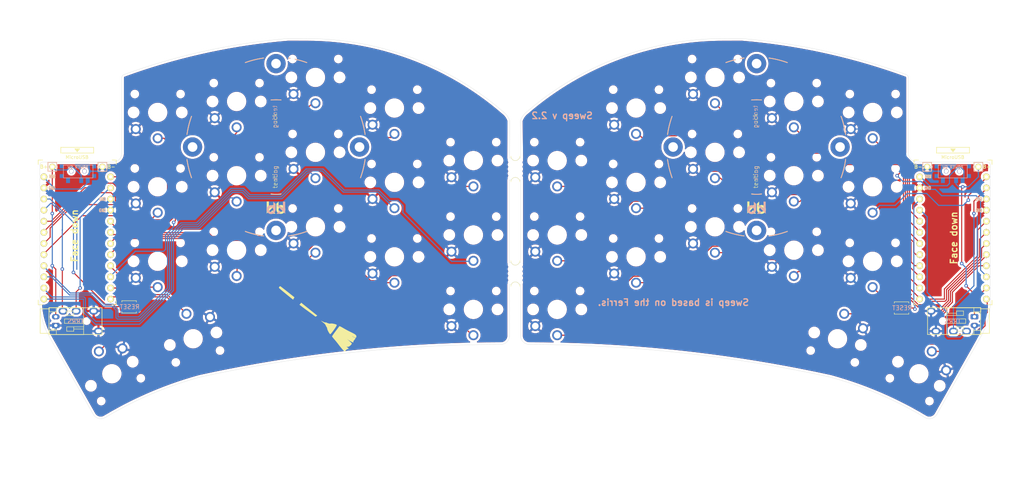
<source format=kicad_pcb>
(kicad_pcb (version 20211014) (generator pcbnew)
  (layers (0 "F.Cu" signal) (31 "B.Cu" signal) (34 "B.Paste" user) (35 "F.Paste" user) (36 "B.SilkS" user "B.Silkscreen") (37 "F.SilkS" user "F.Silkscreen") (38 "B.Mask" user) (39 "F.Mask" user) (44 "Edge.Cuts" user))
  (net 0 "")
  (net 1 "BT+")
  (net 2 "gnd")
  (net 3 "vcc")
  (net 4 "Switch18")
  (net 5 "reset")
  (net 6 "Switch1")
  (net 7 "Switch2")
  (net 8 "Switch3")
  (net 9 "Switch4")
  (net 10 "Switch5")
  (net 11 "Switch6")
  (net 12 "Switch7")
  (net 13 "Switch8")
  (net 14 "Switch9")
  (net 15 "Switch10")
  (net 16 "Switch11")
  (net 17 "Switch12")
  (net 18 "Switch13")
  (net 19 "Switch14")
  (net 20 "Switch15")
  (net 21 "Switch16")
  (net 22 "Switch17")
  (net 23 "Net-(SW_POWER1-Pad1)")
  (net 24 "raw")
  (net 25 "BT+_r")
  (net 26 "Switch18_r")
  (net 27 "reset_r")
  (net 28 "Switch9_r")
  (net 29 "Switch10_r")
  (net 30 "Switch11_r")
  (net 31 "Switch12_r")
  (net 32 "Switch13_r")
  (net 33 "Switch14_r")
  (net 34 "Switch15_r")
  (net 35 "Switch16_r")
  (net 36 "Switch17_r")
  (net 37 "Switch1_r")
  (net 38 "Switch2_r")
  (net 39 "Switch3_r")
  (net 40 "Switch4_r")
  (net 41 "Switch5_r")
  (net 42 "Switch6_r")
  (net 43 "Switch7_r")
  (net 44 "Switch8_r")
  (net 45 "Net-(SW_POWERR1-Pad1)")
  (footprint "kbd:ProMicro_v3_min" (layer "F.Cu") (at 230.178 67.564)
    (fp_text reference "U1" hide)
    (fp_text value "ProMicro-kbd" hide)
  )
  (footprint "Kailh:TRRS-PJ-320A" (layer "F.Cu") (at 236.474 86.052 -90)
    (fp_text reference "J2")
    (fp_text value "AudioJack4dpb" hide)
  )
  (footprint "* duckyb-collection:choc-v1-with-millmax" (layer "F.Cu") (at 175.856 64.516)
    (fp_text reference "SW16" hide)
    (fp_text value "SW_Push" hide)
  )
  (footprint "* duckyb-collection:choc-v1-with-millmax" (layer "F.Cu") (at 222.386 98.082 150)
    (fp_text reference "SW20" hide)
    (fp_text value "SW_Push" hide)
  )
  (footprint "* duckyb-collection:choc-v1-with-millmax" (layer "F.Cu") (at 157.856 71.374)
    (fp_text reference "SW15" hide)
    (fp_text value "SW_Push" hide)
  )
  (footprint "* duckyb-collection:choc-v1-with-millmax" (layer "F.Cu") (at 203.826 90.082 165)
    (fp_text reference "SW21" hide)
    (fp_text value "SW_Push" hide)
  )
  (footprint "* duckyb-collection:choc-v1-with-millmax" (layer "F.Cu") (at 193.856 69.85)
    (fp_text reference "SW17" hide)
    (fp_text value "SW_Push" hide)
  )
  (footprint "* duckyb-collection:choc-v1-with-millmax" (layer "F.Cu") (at 211.836 72.39)
    (fp_text reference "SW18" hide)
    (fp_text value "SW_Push" hide)
  )
  (footprint "* duckyb-collection:choc-v1-with-millmax" (layer "F.Cu") (at 175.856 30.382)
    (fp_text reference "SW4" hide)
    (fp_text value "SW_Push" hide)
  )
  (footprint "* duckyb-collection:choc-v1-with-millmax" (layer "F.Cu") (at 157.856 37.382)
    (fp_text reference "SW3" hide)
    (fp_text value "SW_Push" hide)
  )
  (footprint "* duckyb-collection:choc-v1-with-millmax" (layer "F.Cu") (at 157.856 54.356)
    (fp_text reference "SW9" hide)
    (fp_text value "SW_Push" hide)
  )
  (footprint "* duckyb-collection:choc-v1-with-millmax" (layer "F.Cu") (at 139.856 83.382)
    (fp_text reference "SW14" hide)
    (fp_text value "SW_Push" hide)
  )
  (footprint "* duckyb-collection:choc-v1-with-millmax" (layer "F.Cu") (at 211.836 55.372)
    (fp_text reference "SW12" hide)
    (fp_text value "SW_Push" hide)
  )
  (footprint "* duckyb-collection:choc-v1-with-millmax" (layer "F.Cu") (at 193.856 52.832)
    (fp_text reference "SW11" hide)
    (fp_text value "SW_Push" hide)
  )
  (footprint "* duckyb-collection:choc-v1-with-millmax" (layer "F.Cu") (at 139.856 66.382)
    (fp_text reference "SW8" hide)
    (fp_text value "SW_Push" hide)
  )
  (footprint "* duckyb-collection:choc-v1-with-millmax" (layer "F.Cu") (at 211.856 38.382)
    (fp_text reference "SW6" hide)
    (fp_text value "SW_Push" hide)
  )
  (footprint "* duckyb-collection:choc-v1-with-millmax" (layer "F.Cu") (at 193.856 35.882)
    (fp_text reference "SW5" hide)
    (fp_text value "SW_Push" hide)
  )
  (footprint "* duckyb-collection:choc-v1-with-millmax" (layer "F.Cu") (at 139.856 49.382)
    (fp_text reference "SW2" hide)
    (fp_text value "SW_Push" hide)
  )
  (footprint "Duckyb-Parts:mouse-bite-5mm-slot-with-space-for-track" (layer "F.Cu") (at 130.302 51.308)
    (fp_text reference "mouse-bite-2mm-slot" hide)
    (fp_text value "VAL**" hide)
  )
  (footprint "Duckyb-Parts:mouse-bite-5mm-slot-with-space-for-track" (layer "F.Cu") (at 130.302 75.184)
    (fp_text reference "mouse-bite-2mm-slot" hide)
    (fp_text value "VAL**" hide)
  )
  (footprint "kbd:SW_SPST_B3U-1000P" (layer "F.Cu") (at 218.44 83.058)
    (fp_text reference "RSW1" hide)
    (fp_text value "SW_Push")
  )
  (footprint "* duckyb-collection:choc-v1-with-millmax" (layer "F.Cu") (at 175.856 47.498)
    (fp_text reference "SW10" hide)
    (fp_text value "SW_Push" hide)
  )
  (footprint "kbd:Tenting_Puck2" (layer "F.Cu") (at 185.356 46.282)
    (fp_text reference "REF**")
    (fp_text value "Tenting Puck")
  )
  (footprint "kbd:1pin_conn" (layer "F.Cu") (at 235.966 50.8)
    (fp_text reference "B+")
    (fp_text value "MountingHole_Pad" hide)
  )
  (footprint "kbd:1pin_conn" (layer "F.Cu") (at 224.282 50.8)
    (fp_text reference "B-")
    (fp_text value "MountingHole_Pad" hide)
  )
  (footprint "kbd:ProMicro_v3_min" (layer "F.Cu") (at 30.326 67.564)
    (fp_text reference "U2" hide)
    (fp_text value "ProMicro-kbd" hide)
  )
  (footprint "Kailh:TRRS-PJ-320A" (layer "F.Cu") (at 23.876 86.052 90)
    (fp_text reference "J1")
    (fp_text value "AudioJack4dpb" hide)
  )
  (footprint "* duckyb-collection:choc-v1-with-millmax" (layer "F.Cu") (at 48.686 72.39)
    (fp_text reference "SW17_r1" hide)
    (fp_text value "SW_Push" hide)
  )
  (footprint "* duckyb-collection:choc-v1-with-millmax" (layer "F.Cu") (at 66.7 52.832)
    (fp_text reference "SW11_r1" hide)
    (fp_text value "SW_Push" hide)
  )
  (footprint "* duckyb-collection:choc-v1-with-millmax" (layer "F.Cu") (at 84.688 64.516)
    (fp_text reference "SW15_r1" hide)
    (fp_text value "SW_Push" hide)
  )
  (footprint "* duckyb-collection:choc-v1-with-millmax" (layer "F.Cu") (at 102.714 71.374)
    (fp_text reference "SW18_r1" hide)
    (fp_text value "SW_Push" hide)
  )
  (footprint "* duckyb-collection:choc-v1-with-millmax" (layer "F.Cu") (at 48.686 38.382)
    (fp_text reference "SW6_r1" hide)
    (fp_text value "SW_Push" hide)
  )
  (footprint "* duckyb-collection:choc-v1-with-millmax" (layer "F.Cu") (at 66.7 35.882)
    (fp_text reference "SW5_r1" hide)
    (fp_text value "SW_Push" hide)
  )
  (footprint "* duckyb-collection:choc-v1-with-millmax" (layer "F.Cu") (at 120.732 49.382)
    (fp_text reference "SW2_r1" hide)
    (fp_text value "SW_Push" hide)
  )
  (footprint "* duckyb-collection:choc-v1-with-millmax" (layer "F.Cu") (at 66.7 69.85)
    (fp_text reference "SW16_r1" hide)
    (fp_text value "SW_Push" hide)
  )
  (footprint "* duckyb-collection:choc-v1-with-millmax" (layer "F.Cu") (at 84.688 30.382)
    (fp_text reference "SW4_r1" hide)
    (fp_text value "SW_Push" hide)
  )
  (footprint "* duckyb-collection:choc-v1-with-millmax" (layer "F.Cu") (at 120.732 83.382)
    (fp_text reference "SW13_r1" hide)
    (fp_text value "SW_Push" hide)
  )
  (footprint "* duckyb-collection:choc-v1-with-millmax" (layer "F.Cu") (at 48.686 55.372)
    (fp_text reference "SW12_r1" hide)
    (fp_text value "SW_Push" hide)
  )
  (footprint "* duckyb-collection:choc-v1-with-millmax" (layer "F.Cu") (at 102.714 37.382)
    (fp_text reference "SW3_r1" hide)
    (fp_text value "SW_Push" hide)
  )
  (footprint "* duckyb-collection:choc-v1-with-millmax" (layer "F.Cu") (at 102.714 54.356)
    (fp_text reference "SW8_r1" hide)
    (fp_text value "SW_Push" hide)
  )
  (footprint "* duckyb-collection:choc-v1-with-millmax" (layer "F.Cu") (at 56.778 90.082 -165)
    (fp_text reference "SW21_r1" hide)
    (fp_text value "SW_Push" hide)
  )
  (footprint "Kailh:ferris_broom" (layer "F.Cu") (at 84.074 85.344 7)
    (fp_text reference "G***" hide)
    (fp_text value "LOGO" hide)
  )
  (footprint "* duckyb-collection:choc-v1-with-millmax" (layer "F.Cu") (at 84.688 47.498)
    (fp_text reference "SW9_r1" hide)
    (fp_text value "SW_Push" hide)
  )
  (footprint "* duckyb-collection:choc-v1-with-millmax" (layer "F.Cu") (at 38.218 98.082 -150)
    (fp_text reference "SW20_r1" hide)
    (fp_text value "SW_Push" hide)
  )
  (footprint "* duckyb-collection:choc-v1-with-millmax" (layer "F.Cu") (at 120.732 66.382)
    (fp_text reference "SW7_r1" hide)
    (fp_text value "SW_Push" hide)
  )
  (footprint "kbd:Tenting_Puck2" (layer "F.Cu") (at 75.692 46.282)
    (fp_text reference "REF**")
    (fp_text value "Tenting Puck")
  )
  (footprint "kbd:1pin_conn" (layer "F.Cu") (at 36.068 50.8)
    (fp_text reference "B-")
    (fp_text value "MountingHole_Pad" hide)
  )
  (footprint "kbd:1pin_conn" (layer "F.Cu") (at 24.638 50.8)
    (fp_text reference "B+")
    (fp_text value "MountingHole_Pad" hide)
  )
  (footprint "kbd:SW_SPST_B3U-1000P" (layer "F.Cu") (at 42.164 82.804)
    (fp_text reference "RSW2" hide)
    (fp_text value "SW_Push")
  )
  (footprint "Kailh:JST_PH_S2B-PH-K_1x02_P2.00mm_Horizontal" (layer "F.Cu") (at 25.423409 87.063747 90)
    (fp_text reference "J4" hide)
    (fp_text value "JST Connector")
  )
  (footprint "Kailh:JST_PH_S2B-PH-K_1x02_P2.00mm_Horizontal" (layer "F.Cu") (at 235.074065 85.052 -90)
    (fp_text reference "J4" hide)
    (fp_text value "JST Connector")
  )
  (footprint "Kailh:SPDT_C128955" (layer "B.Cu") (at 230.124 51.816 180)
    (fp_text reference "POWER SW")
    (fp_text value "SW_SPDT")
  )
  (footprint "Kailh:SPDT_C128955" (layer "B.Cu") (at 30.48 51.816 180)
    (fp_text reference "POWER SW")
    (fp_text value "SW_SPDT")
  )
  (gr_rect (start 27.178 50.419) (end 33.909 53.34) (layer "B.SilkS") (width 0.12) (fill none))
  (gr_rect (start 226.822 50.419) (end 233.426 53.34) (layer "B.SilkS") (width 0.12) (fill none))
  (gr_line (start 131.5085 77.724) (end 131.506254 89.547024) (layer "Edge.Cuts") (width 0.05))
  (gr_line (start 219.998001 47.763999) (end 219.998045 30.439419) (layer "Edge.Cuts") (width 0.05))
  (gr_arc (start 226.446 107.451265) (mid 225.204995 108.32098) (end 223.714 108.05) (layer "Edge.Cuts") (width 0.05))
  (gr_arc (start 222.033002 49.694917) (mid 220.620534 49.145716) (end 219.998001 47.763999) (layer "Edge.Cuts") (width 0.05))
  (gr_arc (start 182.067777 21.502679) (mid 201.091879 24.375764) (end 219.56329 29.758889) (layer "Edge.Cuts") (width 0.05))
  (gr_arc (start 132.893 38.265) (mid 153.988491 25.788882) (end 178.120389 21.508139) (layer "Edge.Cuts") (width 0.05))
  (gr_arc (start 237.938 49.692) (mid 238.46833 49.91167) (end 238.688 50.442) (layer "Edge.Cuts") (width 0.05))
  (gr_arc (start 131.466055 40.278702) (mid 132.022929 39.160882) (end 132.893 38.265) (layer "Edge.Cuts") (width 0.05))
  (gr_arc (start 133.544 91.383119) (mid 132.156573 90.874102) (end 131.506254 89.547024) (layer "Edge.Cuts") (width 0.05))
  (gr_arc (start 219.56329 29.758889) (mid 219.880079 30.035645) (end 219.998045 30.439419) (layer "Edge.Cuts") (width 0.05))
  (gr_arc (start 202.185134 98.863946) (mid 213.262488 102.723597) (end 223.714 108.05) (layer "Edge.Cuts") (width 0.05))
  (gr_line (start 222.033002 49.694917) (end 237.938 49.692) (layer "Edge.Cuts") (width 0.05))
  (gr_arc (start 133.544 91.383119) (mid 168.064442 93.289554) (end 202.185134 98.863946) (layer "Edge.Cuts") (width 0.05))
  (gr_line (start 238.688 58.42) (end 238.688 66.548) (layer "Edge.Cuts") (width 0.05))
  (gr_line (start 236.953304 88.85815) (end 226.446 107.451265) (layer "Edge.Cuts") (width 0.05))
  (gr_arc (start 238.7 81.534) (mid 238.242913 85.295347) (end 236.953304 88.85815) (layer "Edge.Cuts") (width 0.05))
  (gr_line (start 182.067777 21.502679) (end 178.120389 21.508139) (layer "Edge.Cuts") (width 0.05))
  (gr_line (start 238.688 50.442) (end 238.688 58.42) (layer "Edge.Cuts") (width 0.05))
  (gr_line (start 131.466055 40.278702) (end 131.572 48.768) (layer "Edge.Cuts") (width 0.05))
  (gr_line (start 129.3495 48.768) (end 128.96 48.768) (layer "Edge.Cuts") (width 0.05))
  (gr_line (start 238.688 66.548) (end 238.688 75.438) (layer "Edge.Cuts") (width 0.05))
  (gr_line (start 238.688 75.438) (end 238.7 81.534) (layer "Edge.Cuts") (width 0.05))
  (gr_line (start 129.3495 72.644) (end 128.96 72.644) (layer "Edge.Cuts") (width 0.05))
  (gr_line (start 129.3495 53.848) (end 128.96 53.848) (layer "Edge.Cuts") (width 0.05))
  (gr_line (start 129.3495 77.724) (end 128.96 77.724) (layer "Edge.Cuts") (width 0.05))
  (gr_line (start 131.572 53.848) (end 131.572 72.644) (layer "Edge.Cuts") (width 0.05))
  (gr_line (start 78.412223 21.502679) (end 82.613611 21.508139) (layer "Edge.Cuts") (width 0.05))
  (gr_line (start 21.792 50.442) (end 21.792 58.42) (layer "Edge.Cuts") (width 0.05))
  (gr_line (start 128.96 77.724) (end 128.975507 89.545022) (layer "Edge.Cuts") (width 0.05))
  (gr_arc (start 127.587 38.265) (mid 128.457071 39.160882) (end 129.013945 40.278702) (layer "Edge.Cuts") (width 0.05))
  (gr_arc (start 128.975507 89.545022) (mid 128.324689 90.873432) (end 126.936 91.383119) (layer "Edge.Cuts") (width 0.05))
  (gr_line (start 40.481999 47.763999) (end 40.481955 30.439419) (layer "Edge.Cuts") (width 0.05))
  (gr_line (start 21.792 66.548) (end 21.792 73.914) (layer "Edge.Cuts") (width 0.05))
  (gr_line (start 23.526696 88.85815) (end 34.034 107.451265) (layer "Edge.Cuts") (width 0.05))
  (gr_arc (start 40.481999 47.763999) (mid 39.859467 49.145717) (end 38.446998 49.694917) (layer "Edge.Cuts") (width 0.05))
  (gr_arc (start 40.91671 29.758889) (mid 59.388121 24.375764) (end 78.412223 21.502679) (layer "Edge.Cuts") (width 0.05))
  (gr_arc (start 58.294866 98.863946) (mid 92.415558 93.289555) (end 126.936 91.383119) (layer "Edge.Cuts") (width 0.05))
  (gr_arc (start 23.526696 88.85815) (mid 22.237087 85.295347) (end 21.78 81.534) (layer "Edge.Cuts") (width 0.05))
  (gr_arc (start 21.792 50.442) (mid 22.01167 49.91167) (end 22.542 49.692) (layer "Edge.Cuts") (width 0.05))
  (gr_line (start 38.446998 49.694917) (end 22.542 49.692) (layer "Edge.Cuts") (width 0.05))
  (gr_line (start 21.792 58.42) (end 21.792 66.548) (layer "Edge.Cuts") (width 0.05))
  (gr_arc (start 40.481955 30.439419) (mid 40.599921 30.035645) (end 40.91671 29.758889) (layer "Edge.Cuts") (width 0.05))
  (gr_arc (start 36.766 108.05) (mid 35.275005 108.32098) (end 34.034 107.451265) (layer "Edge.Cuts") (width 0.05))
  (gr_arc (start 82.613611 21.508139) (mid 106.610476 25.833455) (end 127.587 38.265) (layer "Edge.Cuts") (width 0.05))
  (gr_arc (start 36.766 108.05) (mid 47.217512 102.723597) (end 58.294866 98.863946) (layer "Edge.Cuts") (width 0.05))
  (gr_line (start 21.792 73.914) (end 21.78 81.534) (layer "Edge.Cuts") (width 0.05))
  (gr_line (start 128.96 53.848) (end 128.96 72.644) (layer "Edge.Cuts") (width 0.05))
  (gr_line (start 129.013945 40.278702) (end 128.96 48.768) (layer "Edge.Cuts") (width 0.05))
  (gr_line (start 131.572 48.768) (end 131.2545 48.768) (layer "Edge.Cuts") (width 0.05))
  (gr_arc (start 131.254499 72.644) (mid 130.302 73.288873) (end 129.349501 72.643999) (layer "Edge.Cuts") (width 0.05))
  (gr_line (start 131.572 53.848) (end 131.2545 53.848) (layer "Edge.Cuts") (width 0.05))
  (gr_arc (start 129.349501 77.724) (mid 130.302 77.079127) (end 131.254499 77.724001) (layer "Edge.Cuts") (width 0.05))
  (gr_line (start 131.572 72.644) (end 131.2545 72.644) (layer "Edge.Cuts") (width 0.05))
  (gr_arc (start 131.254499 48.768) (mid 130.302 49.412873) (end 129.349501 48.767999) (layer "Edge.Cuts") (width 0.05))
  (gr_line (start 131.5085 77.724) (end 131.2545 77.724) (layer "Edge.Cuts") (width 0.05))
  (gr_arc (start 129.349501 53.848) (mid 130.302 53.203127) (end 131.254499 53.848001) (layer "Edge.Cuts") (width 0.05))
  (gr_text "Sweep v 2.2" (at 140.97 39.116) (layer "B.SilkS") (effects (font (size 1.5 1.5) (thickness 0.3)) (justify mirror)))
  (gr_text "Sweep is based on the Ferris." (at 166.37 81.788) (layer "B.SilkS") (effects (font (size 1.5 1.5) (thickness 0.3)) (justify mirror)))
  (gr_text "Face down" (at 230.378 67.056 90) (layer "F.SilkS") (effects (font (size 1.5 1.5) (thickness 0.3))))
  (gr_text "Face down" (at 29.718 66.548 90) (layer "F.SilkS") (effects (font (size 1.5 1.5) (thickness 0.3))))
  (segment (start 24.638 73.406) (end 25.423409 74.191409) (width 0.25) (layer "F.Cu") (net 1))
  (segment (start 24.638 50.8) (end 24.638 61.468) (width 0.25) (layer "F.Cu") (net 1))
  (segment (start 25.423409 74.191409) (end 25.423409 85.063747) (width 0.25) (layer "F.Cu") (net 1))
  (via (at 24.638 61.468) (size 0.8) (drill 0.4) (layers "F.Cu" "B.Cu") (net 1))
  (via (at 24.638 73.406) (size 0.8) (drill 0.4) (layers "F.Cu" "B.Cu") (net 1))
  (segment (start 25.360999 51.522999) (end 28.051999 51.522999) (width 0.25) (layer "B.Cu") (net 1))
  (segment (start 24.638 50.8) (end 25.360999 51.522999) (width 0.25) (layer "B.Cu") (net 1))
  (segment (start 29.046501 50.890501) (end 29.373499 50.890501) (width 0.25) (layer "B.Cu") (net 1))
  (segment (start 28.738499 50.836499) (end 28.992499 50.836499) (width 0.25) (layer "B.Cu") (net 1))
  (segment (start 31.23 52.747002) (end 31.23 53.891) (width 0.25) (layer "B.Cu") (net 1))
  (segment (start 28.051999 51.522999) (end 28.738499 50.836499) (width 0.25) (layer "B.Cu") (net 1))
  (segment (start 29.373499 50.890501) (end 31.23 52.747002) (width 0.25) (layer "B.Cu") (net 1))
  (segment (start 28.992499 50.836499) (end 29.046501 50.890501) (width 0.25) (layer "B.Cu") (net 1))
  (segment (start 24.638 61.468) (end 24.638 73.406) (width 0.25) (layer "B.Cu") (net 1))
  (segment (start 24.638 73.406) (end 24.638 74.168) (width 0.25) (layer "B.Cu") (net 1))
  (segment (start 224.8576 85.65317) (end 225.174 85.33677) (width 0.25) (layer "F.Cu") (net 2))
  (segment (start 225.174 85.33677) (end 225.174 83.552) (width 0.25) (layer "F.Cu") (net 2))
  (segment (start 216.74 83.058) (end 216.74 84.758) (width 0.25) (layer "F.Cu") (net 2))
  (segment (start 216.74 85.54477) (end 216.8484 85.65317) (width 0.25) (layer "F.Cu") (net 2))
  (segment (start 216.8484 85.65317) (end 224.8576 85.65317) (width 0.25) (layer "F.Cu") (net 2))
  (segment (start 216.74 84.758) (end 216.74 85.54477) (width 0.25) (layer "F.Cu") (net 2))
  (segment (start 40.40601 82.74601) (end 40.464 82.804) (width 0.25) (layer "F.Cu") (net 2))
  (segment (start 34.076 83.552) (end 37.80201 83.552) (width 0.25) (layer "F.Cu") (net 2))
  (segment (start 37.80201 83.552) (end 38.608 82.74601) (width 0.25) (layer "F.Cu") (net 2))
  (segment (start 38.608 82.74601) (end 40.40601 82.74601) (width 0.25) (layer "F.Cu") (net 2))
  (segment (start 213.159159 42.182) (end 206.856 42.182) (width 0.25) (layer "B.Cu") (net 2))
  (segment (start 221.777159 50.8) (end 213.159159 42.182) (width 0.25) (layer "B.Cu") (net 2))
  (segment (start 226.254 88.332) (end 226.274 88.352) (width 0.25) (layer "B.Cu") (net 2))
  (segment (start 226.244 88.322) (end 226.274 88.352) (width 0.25) (layer "B.Cu") (net 2))
  (segment (start 224.282 50.8) (end 221.777159 50.8) (width 0.25) (layer "B.Cu") (net 2))
  (segment (start 26.924 83.4) (end 27.076 83.552) (width 0.25) (layer "F.Cu") (net 3))
  (segment (start 26.924 74.168) (end 26.924 83.4) (width 0.25) (layer "F.Cu") (net 3))
  (via (at 26.924 74.168) (size 0.8) (drill 0.4) (layers "F.Cu" "B.Cu") (net 3))
  (segment (start 233.254 88.332) (end 233.274 88.352) (width 0.25) (layer "B.Cu") (net 3))
  (segment (start 22.7174 60.706) (end 24.2414 59.182) (width 0.25) (layer "B.Cu") (net 3))
  (segment (start 224.282 62.2186) (end 224.282 79.502) (width 0.25) (layer "B.Cu") (net 3))
  (segment (start 229.108 89.662) (end 231.764 89.662) (width 0.25) (layer "B.Cu") (net 3))
  (segment (start 222.7694 60.706) (end 224.282 62.2186) (width 0.25) (layer "B.Cu") (net 3))
  (segment (start 231.764 89.662) (end 233.274 88.152) (width 0.25) (layer "B.Cu") (net 3))
  (segment (start 24.509604 59.182) (end 26.942502 61.614898) (width 0.25) (layer "B.Cu") (net 3))
  (segment (start 228.854 84.074) (end 228.854 89.408) (width 0.25) (layer "B.Cu") (net 3))
  (segment (start 26.942502 65.259498) (end 26.924 65.278) (width 0.25) (layer "B.Cu") (net 3))
  (segment (start 228.854 89.408) (end 229.108 89.662) (width 0.25) (layer "B.Cu") (net 3))
  (segment (start 26.942502 61.614898) (end 26.942502 65.259498) (width 0.25) (layer "B.Cu") (net 3))
  (segment (start 224.282 79.502) (end 228.854 84.074) (width 0.25) (layer "B.Cu") (net 3))
  (segment (start 26.924 65.1126) (end 26.924 65.278) (width 0.25) (layer "B.Cu") (net 3))
  (segment (start 24.2414 59.182) (end 24.509604 59.182) (width 0.25) (layer "B.Cu") (net 3))
  (segment (start 26.924 65.278) (end 26.924 74.168) (width 0.25) (layer "B.Cu") (net 3))
  (segment (start 237.9894 55.626) (end 234.95 58.6654) (width 0.25) (layer "F.Cu") (net 4))
  (segment (start 234.95 58.6654) (end 234.95 61.468) (width 0.25) (layer "F.Cu") (net 4))
  (via (at 234.95 61.468) (size 0.8) (drill 0.4) (layers "F.Cu" "B.Cu") (net 4))
  (segment (start 234.95 61.468) (end 234.95 77.978) (width 0.25) (layer "B.Cu") (net 4))
  (segment (start 234.95 77.978) (end 230.274 82.654) (width 0.25) (layer "B.Cu") (net 4))
  (segment (start 230.274 82.654) (end 230.274 88.152) (width 0.25) (layer "B.Cu") (net 4))
  (segment (start 220.14 83.058) (end 221.234 83.058) (width 0.25) (layer "F.Cu") (net 5))
  (segment (start 221.234 83.058) (end 221.488 83.312) (width 0.25) (layer "F.Cu") (net 5))
  (via (at 221.488 83.312) (size 0.8) (drill 0.4) (layers "F.Cu" "B.Cu") (net 5))
  (segment (start 221.488 82.55) (end 221.234 82.296) (width 0.25) (layer "B.Cu") (net 5))
  (segment (start 221.488 83.312) (end 221.488 82.55) (width 0.25) (layer "B.Cu") (net 5))
  (segment (start 221.234 59.7014) (end 221.234 82.296) (width 0.25) (layer "B.Cu") (net 5))
  (segment (start 222.7694 58.166) (end 221.234 59.7014) (width 0.25) (layer "B.Cu") (net 5))
  (segment (start 217.678 50.292) (end 218.41796 51.03196) (width 0.25) (layer "F.Cu") (net 6))
  (segment (start 155.956 44.958) (end 162.814 44.958) (width 0.25) (layer "F.Cu") (net 6))
  (segment (start 205.994 50.292) (end 217.678 50.292) (width 0.25) (layer "F.Cu") (net 6))
  (segment (start 218.41796 51.03196) (end 218.41796 51.83804) (width 0.25) (layer "F.Cu") (net 6))
  (segment (start 199.84001 47.69401) (end 202.946 50.8) (width 0.25) (layer "F.Cu") (net 6))
  (segment (start 167.057719 43.732009) (end 169.641728 41.148) (width 0.25) (layer "F.Cu") (net 6))
  (segment (start 164.03999 43.73201) (end 167.057719 43.732009) (width 0.25) (layer "F.Cu") (net 6))
  (segment (start 162.814 44.958) (end 164.03999 43.73201) (width 0.25) (layer "F.Cu") (net 6))
  (segment (start 183.38518 41.148) (end 188.6032 46.36602) (width 0.25) (layer "F.Cu") (net 6))
  (segment (start 202.946 50.8) (end 205.486 50.8) (width 0.25) (layer "F.Cu") (net 6))
  (segment (start 196.53079 46.36602) (end 197.85878 47.69401) (width 0.25) (layer "F.Cu") (net 6))
  (segment (start 197.85878 47.69401) (end 199.84001 47.69401) (width 0.25) (layer "F.Cu") (net 6))
  (segment (start 188.6032 46.36602) (end 196.53079 46.36602) (width 0.25) (layer "F.Cu") (net 6))
  (segment (start 218.41796 51.83804) (end 217.424 52.832) (width 0.25) (layer "F.Cu") (net 6))
  (segment (start 205.486 50.8) (end 205.994 50.292) (width 0.25) (layer "F.Cu") (net 6))
  (segment (start 169.641728 41.148) (end 183.38518 41.148) (width 0.25) (layer "F.Cu") (net 6))
  (segment (start 139.856 55.282) (end 145.632 55.282) (width 0.25) (layer "F.Cu") (net 6))
  (segment (start 145.632 55.282) (end 155.956 44.958) (width 0.25) (layer "F.Cu") (net 6))
  (via (at 217.424 52.832) (size 0.8) (drill 0.4) (layers "F.Cu" "B.Cu") (net 6))
  (segment (start 237.9894 75.946) (end 236.4697 74.4263) (width 0.25) (layer "B.Cu") (net 6))
  (segment (start 236.4697 58.4243) (end 235.4451 57.3997) (width 0.25) (layer "B.Cu") (net 6))
  (segment (start 236.4697 74.4263) (end 236.4697 58.4243) (width 0.25) (layer "B.Cu") (net 6))
  (segment (start 224.711081 55.958919) (end 222.925163 54.173001) (width 0.25) (layer "B.Cu") (net 6))
  (segment (start 218.765001 54.173001) (end 217.424 52.832) (width 0.25) (layer "B.Cu") (net 6))
  (segment (start 235.4451 57.3997) (end 227.5797 57.3997) (width 0.25) (layer "B.Cu") (net 6))
  (segment (start 227.5797 57.3997) (end 226.138919 55.958919) (width 0.25) (layer "B.Cu") (net 6))
  (segment (start 226.138919 55.958919) (end 224.711081 55.958919) (width 0.25) (layer "B.Cu") (net 6))
  (segment (start 222.925163 54.173001) (end 218.765001 54.173001) (width 0.25) (layer "B.Cu") (net 6))
  (segment (start 203.07441 50.292) (end 205.35759 50.292) (width 0.25) (layer "F.Cu") (net 7))
  (segment (start 205.933189 49.716401) (end 218.243991 49.716401) (width 0.25) (layer "F.Cu") (net 7))
  (segment (start 218.86797 50.34038) (end 218.86797 65.70597) (width 0.25) (layer "F.Cu") (net 7))
  (segment (start 200.026411 47.244001) (end 203.07441 50.292) (width 0.25) (layer "F.Cu") (net 7))
  (segment (start 159.234991 44.172991) (end 162.962599 44.172991) (width 0.25) (layer "F.Cu") (net 7))
  (segment (start 163.853591 43.282001) (end 166.871317 43.282001) (width 0.25) (layer "F.Cu") (net 7))
  (segment (start 157.856 43.282) (end 158.344 43.282) (width 0.25) (layer "F.Cu") (net 7))
  (segment (start 169.513318 40.64) (end 183.51359 40.64) (width 0.25) (layer "F.Cu") (net 7))
  (segment (start 205.35759 50.292) (end 205.933189 49.716401) (width 0.25) (layer "F.Cu") (net 7))
  (segment (start 166.871317 43.282001) (end 169.513318 40.64) (width 0.25) (layer "F.Cu") (net 7))
  (segment (start 162.962599 44.172991) (end 163.853591 43.282001) (width 0.25) (layer "F.Cu") (net 7))
  (segment (start 158.344 43.282) (end 159.234991 44.172991) (width 0.25) (layer "F.Cu") (net 7))
  (segment (start 218.243991 49.716401) (end 218.86797 50.34038) (width 0.25) (layer "F.Cu") (net 7))
  (segment (start 221.234 70.358) (end 221.742 70.866) (width 0.25) (layer "F.Cu") (net 7))
  (segment (start 218.86797 65.70597) (end 221.234 68.072) (width 0.25) (layer "F.Cu") (net 7))
  (segment (start 221.234 68.072) (end 221.234 70.358) (width 0.25) (layer "F.Cu") (net 7))
  (segment (start 221.742 70.866) (end 222.5694 70.866) (width 0.25) (layer "F.Cu") (net 7))
  (segment (start 198.55318 47.244) (end 200.026411 47.244001) (width 0.25) (layer "F.Cu") (net 7))
  (segment (start 198.46359 47.15441) (end 198.55318 47.244) (width 0.25) (layer "F.Cu") (net 7))
  (segment (start 196.71719 45.91601) (end 197.95559 47.15441) (width 0.25) (layer "F.Cu") (net 7))
  (segment (start 183.51359 40.64) (end 188.7896 45.91601) (width 0.25) (layer "F.Cu") (net 7))
  (segment (start 188.7896 45.91601) (end 196.71719 45.91601) (width 0.25) (layer "F.Cu") (net 7))
  (segment (start 197.95559 47.15441) (end 198.46359 47.15441) (width 0.25) (layer "F.Cu") (net 7))
  (segment (start 219.31798 64.87458) (end 222.7694 68.326) (width 0.25) (layer "F.Cu") (net 8))
  (segment (start 188.976 45.466) (end 196.90359 45.466) (width 0.25) (layer "F.Cu") (net 8))
  (segment (start 179.76399 40.18999) (end 183.69999 40.18999) (width 0.25) (layer "F.Cu") (net 8))
  (segment (start 198.1156 46.67801) (end 200.20999 46.67801) (width 0.25) (layer "F.Cu") (net 8))
  (segment (start 218.430392 49.266392) (end 219.31798 50.15398) (width 0.25) (layer "F.Cu") (net 8))
  (segment (start 183.69999 40.18999) (end 188.976 45.466) (width 0.25) (layer "F.Cu") (net 8))
  (segment (start 205.17119 49.84199) (end 205.746788 49.266392) (width 0.25) (layer "F.Cu") (net 8))
  (segment (start 219.31798 50.15398) (end 219.31798 64.87458) (width 0.25) (layer "F.Cu") (net 8))
  (segment (start 196.90359 45.466) (end 198.1156 46.67801) (width 0.25) (layer "F.Cu") (net 8))
  (segment (start 175.856 36.282) (end 179.76399 40.18999) (width 0.25) (layer "F.Cu") (net 8))
  (segment (start 205.746788 49.266392) (end 218.430392 49.266392) (width 0.25) (layer "F.Cu") (net 8))
  (segment (start 203.26081 49.84199) (end 205.17119 49.84199) (width 0.25) (layer "F.Cu") (net 8))
  (segment (start 200.20999 46.67801) (end 200.20999 46.79117) (width 0.25) (layer "F.Cu") (net 8))
  (segment (start 200.20999 46.79117) (end 203.26081 49.84199) (width 0.25) (layer "F.Cu") (net 8))
  (segment (start 193.856 41.782) (end 198.302 46.228) (width 0.25) (layer "F.Cu") (net 9))
  (segment (start 219.76799 49.84199) (end 219.76799 62.78459) (width 0.25) (layer "F.Cu") (net 9))
  (segment (start 203.44721 49.39198) (end 204.98479 49.39198) (width 0.25) (layer "F.Cu") (net 9))
  (segment (start 205.560388 48.816382) (end 218.742382 48.816382) (width 0.25) (layer "F.Cu") (net 9))
  (segment (start 218.742382 48.816382) (end 219.76799 49.84199) (width 0.25) (layer "F.Cu") (net 9))
  (segment (start 200.66 46.49161) (end 200.66 46.60477) (width 0.25) (layer "F.Cu") (net 9))
  (segment (start 200.396391 46.228001) (end 200.66 46.49161) (width 0.25) (layer "F.Cu") (net 9))
  (segment (start 204.98479 49.39198) (end 205.560388 48.816382) (width 0.25) (layer "F.Cu") (net 9))
  (segment (start 219.76799 62.78459) (end 222.7694 65.786) (width 0.25) (layer "F.Cu") (net 9))
  (segment (start 198.302 46.228) (end 200.396391 46.228001) (width 0.25) (layer "F.Cu") (net 9))
  (segment (start 200.66 46.60477) (end 203.44721 49.39198) (width 0.25) (layer "F.Cu") (net 9))
  (segment (start 220.218 49.276) (end 220.218 60.6946) (width 0.25) (layer "F.Cu") (net 10))
  (segment (start 211.856 44.282) (end 215.940372 48.366372) (width 0.25) (layer "F.Cu") (net 10))
  (segment (start 215.940372 48.366372) (end 219.308372 48.366372) (width 0.25) (layer "F.Cu") (net 10))
  (segment (start 220.218 60.6946) (end 222.7694 63.246) (width 0.25) (layer "F.Cu") (net 10))
  (segment (start 219.308372 48.366372) (end 220.218 49.276) (width 0.25) (layer "F.Cu") (net 10))
  (segment (start 189.93401 58.98599) (end 192.659 56.261) (width 0.25) (layer "F.Cu") (net 11))
  (segment (start 220.61002 68.08443) (end 220.61002 72.52802) (width 0.25) (layer "F.Cu") (net 11))
  (segment (start 206.363981 65.139981) (end 217.665571 65.139981) (width 0.25) (layer "F.Cu") (net 11))
  (segment (start 157.226 58.674) (end 159.004 58.674) (width 0.25) (layer "F.Cu") (net 11))
  (segment (start 197.485 56.261) (end 206.363981 65.139981) (width 0.25) (layer "F.Cu") (net 11))
  (segment (start 166.12701 59.80599) (end 174.625 51.308) (width 0.25) (layer "F.Cu") (net 11))
  (segment (start 180.097546 54.621546) (end 180.097546 56.399546) (width 0.25) (layer "F.Cu") (net 11))
  (segment (start 159.004 58.674) (end 160.13599 59.80599) (width 0.25) (layer "F.Cu") (net 11))
  (segment (start 160.13599 59.80599) (end 166.12701 59.80599) (width 0.25) (layer "F.Cu") (net 11))
  (segment (start 176.784 51.308) (end 180.097546 54.621546) (width 0.25) (layer "F.Cu") (net 11))
  (segment (start 174.625 51.308) (end 176.784 51.308) (width 0.25) (layer "F.Cu") (net 11))
  (segment (start 180.097546 56.399546) (end 182.68399 58.98599) (width 0.25) (layer "F.Cu") (net 11))
  (segment (start 143.618 72.282) (end 157.226 58.674) (width 0.25) (layer "F.Cu") (net 11))
  (segment (start 217.665571 65.139981) (end 220.61002 68.08443) (width 0.25) (layer "F.Cu") (net 11))
  (segment (start 192.659 56.261) (end 197.485 56.261) (width 0.25) (layer "F.Cu") (net 11))
  (segment (start 220.61002 72.52802) (end 221.488 73.406) (width 0.25) (layer "F.Cu") (net 11))
  (segment (start 221.488 73.406) (end 222.5694 73.406) (width 0.25) (layer "F.Cu") (net 11))
  (segment (start 139.856 72.282) (end 143.618 72.282) (width 0.25) (layer "F.Cu") (net 11))
  (segment (start 182.68399 58.98599) (end 189.93401 58.98599) (width 0.25) (layer "F.Cu") (net 11))
  (segment (start 197.298802 56.71052) (end 206.178273 65.589991) (width 0.25) (layer "F.Cu") (net 12))
  (segment (start 166.312718 60.256) (end 174.752718 51.816) (width 0.25) (layer "F.Cu") (net 12))
  (segment (start 220.16001 68.27083) (end 220.16001 73.53661) (width 0.25) (layer "F.Cu") (net 12))
  (segment (start 179.648026 56.641616) (end 182.44241 59.436) (width 0.25) (layer "F.Cu") (net 12))
  (segment (start 179.648026 54.807744) (end 179.648026 56.641616) (width 0.25) (layer "F.Cu") (net 12))
  (segment (start 176.656282 51.816) (end 179.648026 54.807744) (width 0.25) (layer "F.Cu") (net 12))
  (segment (start 182.44241 59.436) (end 190.119718 59.436) (width 0.25) (layer "F.Cu") (net 12))
  (segment (start 220.16001 73.53661) (end 222.5694 75.946) (width 0.25) (layer "F.Cu") (net 12))
  (segment (start 206.178273 65.589991) (end 217.479171 65.589991) (width 0.25) (layer "F.Cu") (net 12))
  (segment (start 174.752718 51.816) (end 176.656282 51.816) (width 0.25) (layer "F.Cu") (net 12))
  (segment (start 192.845198 56.71052) (end 197.298802 56.71052) (width 0.25) (layer "F.Cu") (net 12))
  (segment (start 157.856 60.256) (end 166.312718 60.256) (width 0.25) (layer "F.Cu") (net 12))
  (segment (start 190.119718 59.436) (end 192.845198 56.71052) (width 0.25) (layer "F.Cu") (net 12))
  (segment (start 217.479171 65.589991) (end 220.16001 68.27083) (width 0.25) (layer "F.Cu") (net 12))
  (segment (start 205.992564 66.04) (end 217.29277 66.04) (width 0.25) (layer "F.Cu") (net 13))
  (segment (start 175.768 53.398) (end 177.116272 53.398) (width 0.25) (layer "F.Cu") (net 13))
  (segment (start 219.644385 68.639975) (end 219.71 68.70559) (width 0.25) (layer "F.Cu") (net 13))
  (segment (start 219.71 75.6266) (end 222.5694 78.486) (width 0.25) (layer "F.Cu") (net 13))
  (segment (start 193.082619 57.16004) (end 197.112604 57.16004) (width 0.25) (layer "F.Cu") (net 13))
  (segment (start 219.71 68.70559) (end 219.71 75.6266) (width 0.25) (layer "F.Cu") (net 13))
  (segment (start 179.12799 55.409718) (end 179.12799 56.75799) (width 0.25) (layer "F.Cu") (net 13))
  (segment (start 190.169658 60.073001) (end 193.082619 57.16004) (width 0.25) (layer "F.Cu") (net 13))
  (segment (start 179.12799 56.75799) (end 182.443001 60.073001) (width 0.25) (layer "F.Cu") (net 13))
  (segment (start 182.443001 60.073001) (end 190.169658 60.073001) (width 0.25) (layer "F.Cu") (net 13))
  (segment (start 177.116272 53.398) (end 179.12799 55.409718) (width 0.25) (layer "F.Cu") (net 13))
  (segment (start 217.29277 66.04) (end 219.644385 68.391615) (width 0.25) (layer "F.Cu") (net 13))
  (segment (start 197.112604 57.16004) (end 205.992564 66.04) (width 0.25) (layer "F.Cu") (net 13))
  (segment (start 219.644385 68.391615) (end 219.644385 68.639975) (width 0.25) (layer "F.Cu") (net 13))
  (segment (start 217.106572 66.48952) (end 219.194865 68.577813) (width 0.25) (layer "F.Cu") (net 14))
  (segment (start 196.129831 57.841009) (end 197.157855 57.841009) (width 0.25) (layer "F.Cu") (net 14))
  (segment (start 195.23884 58.732) (end 196.129831 57.841009) (width 0.25) (layer "F.Cu") (net 14))
  (segment (start 219.202 68.833308) (end 219.202 77.4586) (width 0.25) (layer "F.Cu") (net 14))
  (segment (start 205.806367 66.48952) (end 217.106572 66.48952) (width 0.25) (layer "F.Cu") (net 14))
  (segment (start 197.157855 57.841009) (end 205.806367 66.48952) (width 0.25) (layer "F.Cu") (net 14))
  (segment (start 219.194865 68.826173) (end 219.202 68.833308) (width 0.25) (layer "F.Cu") (net 14))
  (segment (start 193.802 58.732) (end 195.23884 58.732) (width 0.25) (layer "F.Cu") (net 14))
  (segment (start 219.194865 68.577813) (end 219.194865 68.826173) (width 0.25) (layer "F.Cu") (net 14))
  (segment (start 219.202 77.4586) (end 222.7694 81.026) (width 0.25) (layer "F.Cu") (net 14))
  (segment (start 237.9894 53.086) (end 233.68 57.3954) (width 0.25) (layer "F.Cu") (net 15))
  (segment (start 233.68 57.3954) (end 233.68 58.42) (width 0.25) (layer "F.Cu") (net 15))
  (via (at 233.68 58.42) (size 0.8) (drill 0.4) (layers "F.Cu" "B.Cu") (net 15))
  (segment (start 232.481001 59.618999) (end 233.68 58.42) (width 0.25) (layer "B.Cu") (net 15))
  (segment (start 211.836 61.272) (end 213.489001 59.618999) (width 0.25) (layer "B.Cu") (net 15))
  (segment (start 219.71 56.896) (end 224.170002 56.896) (width 0.25) (layer "B.Cu") (net 15))
  (segment (start 216.987001 59.618999) (end 219.71 56.896) (width 0.25) (layer "B.Cu") (net 15))
  (segment (start 226.893001 59.618999) (end 232.481001 59.618999) (width 0.25) (layer "B.Cu") (net 15))
  (segment (start 224.170002 56.896) (end 226.893001 59.618999) (width 0.25) (layer "B.Cu") (net 15))
  (segment (start 213.489001 59.618999) (end 216.987001 59.618999) (width 0.25) (layer "B.Cu") (net 15))
  (segment (start 215.646 79.502) (end 216.916 80.772) (width 0.25) (layer "F.Cu") (net 16))
  (segment (start 175.109908 68.453) (end 184.912 68.453) (width 0.25) (layer "F.Cu") (net 16))
  (segment (start 143.775453 89.282) (end 157.248964 75.808489) (width 0.25) (layer "F.Cu") (net 16))
  (segment (start 206.70903 78.91397) (end 210.439 75.184) (width 0.25) (layer "F.Cu") (net 16))
  (segment (start 222.25 82.296) (end 223.366176 82.296) (width 0.25) (layer "F.Cu") (net 16))
  (segment (start 166.889546 70.854454) (end 172.708454 70.854454) (width 0.25) (layer "F.Cu") (net 16))
  (segment (start 210.439 75.184) (end 213.741 75.184) (width 0.25) (layer "F.Cu") (net 16))
  (segment (start 220.726 80.772) (end 222.25 82.296) (width 0.25) (layer "F.Cu") (net 16))
  (segment (start 216.916 80.772) (end 220.726 80.772) (width 0.25) (layer "F.Cu") (net 16))
  (segment (start 190.5 73.025) (end 202.05982 73.025) (width 0.25) (layer "F.Cu") (net 16))
  (segment (start 202.05982 73.025) (end 203.14201 74.10719) (width 0.25) (layer "F.Cu") (net 16))
  (segment (start 172.708454 70.854454) (end 175.109908 68.453) (width 0.25) (layer "F.Cu") (net 16))
  (segment (start 203.14201 74.10719) (end 203.14201 77.7916) (width 0.25) (layer "F.Cu") (net 16))
  (segment (start 235.802379 71.124571) (end 235.802379 65.233021) (width 0.25) (layer "F.Cu") (net 16))
  (segment (start 161.935511 75.808489) (end 166.889546 70.854454) (width 0.25) (layer "F.Cu") (net 16))
  (segment (start 139.856 89.282) (end 143.775453 89.282) (width 0.25) (layer "F.Cu") (net 16))
  (segment (start 203.14201 77.7916) (end 204.26438 78.91397) (width 0.25) (layer "F.Cu") (net 16))
  (segment (start 215.646 77.089) (end 215.646 79.502) (width 0.25) (layer "F.Cu") (net 16))
  (segment (start 189.484 72.009) (end 190.5 73.025) (width 0.25) (layer "F.Cu") (net 16))
  (segment (start 235.802379 65.233021) (end 237.7894 63.246) (width 0.25) (layer "F.Cu") (net 16))
  (segment (start 213.741 75.184) (end 215.646 77.089) (width 0.25) (layer "F.Cu") (net 16))
  (segment (start 224.636176 81.026) (end 228.21759 81.026) (width 0.25) (layer "F.Cu") (net 16))
  (segment (start 228.21759 78.70936) (end 235.802379 71.124571) (width 0.25) (layer "F.Cu") (net 16))
  (segment (start 188.468 72.009) (end 189.484 72.009) (width 0.25) (layer "F.Cu") (net 16))
  (segment (start 223.366176 82.296) (end 224.636176 81.026) (width 0.25) (layer "F.Cu") (net 16))
  (segment (start 204.26438 78.91397) (end 206.70903 78.91397) (width 0.25) (layer "F.Cu") (net 16))
  (segment (start 228.21759 81.026) (end 228.21759 78.70936) (width 0.25) (layer "F.Cu") (net 16))
  (segment (start 184.912 68.453) (end 188.468 72.009) (width 0.25) (layer "F.Cu") (net 16))
  (segment (start 157.248964 75.808489) (end 161.935511 75.808489) (width 0.25) (layer "F.Cu") (net 16))
  (segment (start 228.706875 78.856485) (end 229.090067 78.473293) (width 0.25) (layer "F.Cu") (net 17))
  (segment (start 222.108883 82.791293) (end 223.507293 82.791293) (width 0.25) (layer "F.Cu") (net 17))
  (segment (start 188.214 75.565) (end 190.754 75.565) (width 0.25) (layer "F.Cu") (net 17))
  (segment (start 213.554802 75.63352) (end 215.19648 77.275198) (width 0.25) (layer "F.Cu") (net 17))
  (segment (start 223.507293 82.791293) (end 224.764586 81.534) (width 0.25) (layer "F.Cu") (net 17))
  (segment (start 202.496002 77.782002) (end 204.07798 79.36398) (width 0.25) (layer "F.Cu") (net 17))
  (segment (start 229.090067 78.473293) (end 229.109287 78.473293) (width 0.25) (layer "F.Cu") (net 17))
  (segment (start 184.784649 71.375059) (end 184.784649 72.135649) (width 0.25) (layer "F.Cu") (net 17))
  (segment (start 204.07798 79.36398) (end 206.894738 79.36398) (width 0.25) (layer "F.Cu") (net 17))
  (segment (start 215.19648 77.275198) (end 215.19648 79.74125) (width 0.25) (layer "F.Cu") (net 17))
  (segment (start 172.894854 71.304464) (end 175.248829 68.950489) (width 0.25) (layer "F.Cu") (net 17))
  (segment (start 210.625198 75.63352) (end 213.554802 75.63352) (width 0.25) (layer "F.Cu") (net 17))
  (segment (start 229.109287 78.473293) (end 236.252389 71.330191) (width 0.25) (layer "F.Cu") (net 17))
  (segment (start 175.248829 68.950489) (end 182.360079 68.950489) (width 0.25) (layer "F.Cu") (net 17))
  (segment (start 192.84448 73.47452) (end 201.87293 73.47452) (width 0.25) (layer "F.Cu") (net 17))
  (segment (start 216.698615 81.243385) (end 220.560975 81.243385) (width 0.25) (layer "F.Cu") (net 17))
  (segment (start 228.346 81.534) (end 228.706875 81.173125) (width 0.25) (layer "F.Cu") (net 17))
  (segment (start 236.252389 71.330191) (end 236.252389 67.323011) (width 0.25) (layer "F.Cu") (net 17))
  (segment (start 167.075946 71.304464) (end 172.894854 71.304464) (width 0.25) (layer "F.Cu") (net 17))
  (segment (start 224.764586 81.534) (end 228.346 81.534) (width 0.25) (layer "F.Cu") (net 17))
  (segment (start 220.560975 81.243385) (end 222.108883 82.791293) (width 0.25) (layer "F.Cu") (net 17))
  (segment (start 161.10641 77.274) (end 167.075946 71.304464) (width 0.25) (layer "F.Cu") (net 17))
  (segment (start 201.87293 73.47452) (end 202.496002 74.097592) (width 0.25) (layer "F.Cu") (net 17))
  (segment (start 236.252389 67.323011) (end 237.7894 65.786) (width 0.25) (layer "F.Cu") (net 17))
  (segment (start 228.706875 81.173125) (end 228.706875 78.856485) (width 0.25) (layer "F.Cu") (net 17))
  (segment (start 182.360079 68.950489) (end 184.784649 71.375059) (width 0.25) (layer "F.Cu") (net 17))
  (segment (start 215.19648 79.74125) (end 216.698615 81.243385) (width 0.25) (layer "F.Cu") (net 17))
  (segment (start 157.856 77.274) (end 161.10641 77.274) (width 0.25) (layer "F.Cu") (net 17))
  (segment (start 206.894738 79.36398) (end 210.625198 75.63352) (width 0.25) (layer "F.Cu") (net 17))
  (segment (start 190.754 75.565) (end 192.84448 73.47452) (width 0.25) (layer "F.Cu") (net 17))
  (segment (start 202.496002 74.480002) (end 202.496002 77.782002) (width 0.25) (layer "F.Cu") (net 17))
  (segment (start 184.784649 72.135649) (end 188.214 75.565) (width 0.25) (layer "F.Cu") (net 17))
  (segment (start 202.496002 74.097592) (end 202.496002 74.480002) (width 0.25) (layer "F.Cu") (net 17))
  (segment (start 237.7894 68.326) (end 236.702399 69.413001) (width 0.25) (layer "F.Cu") (net 18))
  (segment (start 227.83121 82.6852) (end 227.83121 83.31597) (width 0.25) (layer "F.Cu") (net 18))
  (segment (start 236.702399 71.516591) (end 229.176105 79.042885) (width 0.25) (layer "F.Cu") (net 18))
  (segment (start 236.702399 69.413001) (end 236.702399 71.516591) (width 0.25) (layer "F.Cu") (net 18))
  (segment (start 229.156885 79.042885) (end 229.156884 81.359526) (width 0.25) (layer "F.Cu") (net 18))
  (segment (start 229.156884 81.359526) (end 227.83121 82.6852) (width 0.25) (layer "F.Cu") (net 18))
  (segment (start 229.176105 79.042885) (end 229.156885 79.042885) (width 0.25) (layer "F.Cu") (net 18))
  (segment (start 227.83121 83.31597) (end 225.67759 85.46959) (width 0.25) (layer "F.Cu") (net 18))
  (segment (start 203.76599 79.81399) (end 202.045992 78.093992) (width 0.25) (layer "F.Cu") (net 18))
  (segment (start 193.030678 73.92404) (end 190.940197 76.01452) (width 0.25) (layer "F.Cu") (net 18))
  (segment (start 225.044 86.10318) (end 219.96682 86.10318) (width 0.25) (layer "F.Cu") (net 18))
  (segment (start 201.686732 73.92404) (end 193.030678 73.92404) (width 0.25) (layer "F.Cu") (net 18))
  (segment (start 190.940197 76.01452) (end 187.909018 76.01452) (width 0.25) (layer "F.Cu") (net 18))
  (segment (start 215.58801 80.76919) (end 214.74696 79.92814) (width 0.25) (layer "F.Cu") (net 18))
  (segment (start 202.045992 74.2833) (end 201.686732 73.92404) (width 0.25) (layer "F.Cu") (net 18))
  (segment (start 187.909018 76.01452) (end 184.33464 72.440142) (width 0.25) (layer "F.Cu") (net 18))
  (segment (start 184.334639 71.812639) (end 182.938 70.416) (width 0.25) (layer "F.Cu") (net 18))
  (segment (start 215.58801 85.02919) (end 215.58801 80.76919) (width 0.25) (layer "F.Cu") (net 18))
  (segment (start 210.811396 76.08304) (end 207.080446 79.81399) (width 0.25) (layer "F.Cu") (net 18))
  (segment (start 214.74696 79.92814) (end 214.74696 77.461396) (width 0.25) (layer "F.Cu") (net 18))
  (segment (start 207.080446 79.81399) (end 203.76599 79.81399) (width 0.25) (layer "F.Cu") (net 18))
  (segment (start 184.33464 72.440142) (end 184.334639 71.812639) (width 0.25) (layer "F.Cu") (net 18))
  (segment (start 202.045992 78.093992) (end 202.045992 74.2833) (width 0.25) (layer "F.Cu") (net 18))
  (segment (start 219.71 86.36) (end 216.91882 86.36) (width 0.25) (layer "F.Cu") (net 18))
  (segment (start 216.91882 86.36) (end 215.58801 85.02919) (width 0.25) (layer "F.Cu") (net 18))
  (segment (start 225.67759 85.46959) (end 225.044 86.10318) (width 0.25) (layer "F.Cu") (net 18))
  (segment (start 213.368604 76.08304) (end 210.811396 76.08304) (width 0.25) (layer "F.Cu") (net 18))
  (segment (start 219.96682 86.10318) (end 219.71 86.36) (width 0.25) (layer "F.Cu") (net 18))
  (segment (start 214.74696 77.461396) (end 213.368604 76.08304) (width 0.25) (layer "F.Cu") (net 18))
  (segment (start 182.938 70.416) (end 175.768 70.416) (width 0.25) (layer "F.Cu") (net 18))
  (segment (start 229.606893 81.545927) (end 229.606893 81.289107) (width 0.25) (layer "F.Cu") (net 19))
  (segment (start 229.606893 81.289107) (end 229.606895 81.289105) (width 0.25) (layer "F.Cu") (net 19))
  (segment (start 229.606895 79.248505) (end 229.606895 81.289105) (width 0.25) (layer "F.Cu") (net 19))
  (segment (start 229.606895 79.248505) (end 229.606893 81.545927) (width 0.25) (layer "F.Cu") (net 19))
  (segment (start 237.9894 70.866) (end 229.606895 79.248505) (width 0.25) (layer "F.Cu") (net 19))
  (segment (start 225.2304 86.55319) (end 228.28122 83.50237) (width 0.25) (layer "F.Cu") (net 19))
  (segment (start 215.138 85.21559) (end 216.79041 86.868) (width 0.25) (layer "F.Cu") (net 19))
  (segment (start 201.480001 78.173999) (end 203.570002 80.264) (width 0.25) (layer "F.Cu") (net 19))
  (segment (start 220.27881 86.55319) (end 225.2304 86.55319) (width 0.25) (layer "F.Cu") (net 19))
  (segment (start 194.817999 74.734001) (end 201.480001 74.734001) (width 0.25) (layer "F.Cu") (net 19))
  (segment (start 203.570002 80.264) (end 207.266153 80.264) (width 0.25) (layer "F.Cu") (net 19))
  (segment (start 216.79041 86.868) (end 219.964 86.868) (width 0.25) (layer "F.Cu") (net 19))
  (segment (start 213.182406 76.53256) (end 214.249 77.599154) (width 0.25) (layer "F.Cu") (net 19))
  (segment (start 193.802 75.75) (end 194.817999 74.734001) (width 0.25) (layer "F.Cu") (net 19))
  (segment (start 207.266153 80.264) (end 210.997594 76.53256) (width 0.25) (layer "F.Cu") (net 19))
  (segment (start 214.249 80.06659) (end 215.138 80.95559) (width 0.25) (layer "F.Cu") (net 19))
  (segment (start 214.249 77.599154) (end 214.249 80.06659) (width 0.25) (layer "F.Cu") (net 19))
  (segment (start 201.480001 74.734001) (end 201.480001 78.173999) (width 0.25) (layer "F.Cu") (net 19))
  (segment (start 210.997594 76.53256) (end 213.182406 76.53256) (width 0.25) (layer "F.Cu") (net 19))
  (segment (start 215.138 80.95559) (end 215.138 85.21559) (width 0.25) (layer "F.Cu") (net 19))
  (segment (start 219.964 86.868) (end 220.27881 86.55319) (width 0.25) (layer "F.Cu") (net 19))
  (segment (start 228.28122 82.8716) (end 229.606893 81.545927) (width 0.25) (layer "F.Cu") (net 19))
  (segment (start 228.28122 83.50237) (end 228.28122 82.8716) (width 0.25) (layer "F.Cu") (net 19))
  (segment (start 237.9894 73.406) (end 236.08581 73.406) (width 0.25) (layer "F.Cu") (net 20))
  (segment (start 236.08581 73.406) (end 233.104905 76.386905) (width 0.25) (layer "F.Cu") (net 20))
  (segment (start 228.73123 83.058) (end 228.73123 83.69723) (width 0.25) (layer "F.Cu") (net 20))
  (segment (start 233.104905 76.386905) (end 230.056905 79.434905) (width 0.25) (layer "F.Cu") (net 20))
  (segment (start 228.73123 83.69723) (end 225.94146 86.487) (width 0.25) (layer "F.Cu") (net 20))
  (segment (start 230.056902 81.732328) (end 228.73123 83.058) (width 0.25) (layer "F.Cu") (net 20))
  (segment (start 220.09241 87.376) (end 216.662 87.376) (width 0.25) (layer "F.Cu") (net 20))
  (segment (start 216.662 87.376) (end 214.68848 85.40248) (width 0.25) (layer "F.Cu") (net 20))
  (segment (start 214.68848 85.40248) (end 214.68848 81.14248) (width 0.25) (layer "F.Cu") (net 20))
  (segment (start 230.056905 81.601095) (end 230.056902 81.732328) (width 0.25) (layer "F.Cu") (net 20))
  (segment (start 225.94146 86.487) (end 225.933 86.487) (width 0.25) (layer "F.Cu") (net 20))
  (segment (start 220.465211 87.003199) (end 220.09241 87.376) (width 0.25) (layer "F.Cu") (net 20))
  (segment (start 230.056905 79.434905) (end 230.056905 81.601095) (width 0.25) (layer "F.Cu") (net 20))
  (segment (start 225.933 86.487) (end 225.416801 87.003199) (width 0.25) (layer "F.Cu") (net 20))
  (segment (start 214.68848 81.14248) (end 211.836 78.29) (width 0.25) (layer "F.Cu") (net 20))
  (segment (start 225.416801 87.003199) (end 220.465211 87.003199) (width 0.25) (layer "F.Cu") (net 20))
  (segment (start 235.966 80.3094) (end 235.966 82.804) (width 0.25) (layer "F.Cu") (net 21))
  (segment (start 221.234 87.884) (end 216.408 87.884) (width 0.25) (layer "F.Cu") (net 21))
  (segment (start 228.662795 93.788795) (end 226.187 91.313) (width 0.25) (layer "F.Cu") (net 21))
  (segment (start 212.907038 84.383038) (end 205.353032 84.383038) (width 0.25) (layer "F.Cu") (net 21))
  (segment (start 236.982 83.82) (end 236.982 86.99359) (width 0.25) (layer "F.Cu") (net 21))
  (segment (start 216.408 87.884) (end 212.907038 84.383038) (width 0.25) (layer "F.Cu") (net 21))
  (segment (start 224.663 91.313) (end 221.234 87.884) (width 0.25) (layer "F.Cu") (net 21))
  (segment (start 235.966 82.804) (end 236.982 83.82) (width 0.25) (layer "F.Cu") (net 21))
  (segment (start 236.982 86.99359) (end 230.186795 93.788795) (width 0.25) (layer "F.Cu") (net 21))
  (segment (start 237.7894 78.486) (end 235.966 80.3094) (width 0.25) (layer "F.Cu") (net 21))
  (segment (start 226.187 91.313) (end 224.663 91.313) (width 0.25) (layer "F.Cu") (net 21))
  (segment (start 230.186795 93.788795) (end 228.662795 93.788795) (width 0.25) (layer "F.Cu") (net 21))
  (segment (start 228.425451 94.313451) (end 230.298549 94.313451) (width 0.25) (layer "F.Cu") (net 22))
  (segment (start 225.336 92.97245) (end 227.08445 92.97245) (width 0.25) (layer "F.Cu") (net 22))
  (segment (start 237.9894 84.0826) (end 237.9894 81.026) (width 0.25) (layer "F.Cu") (net 22))
  (segment (start 227.08445 92.97245) (end 228.425451 94.313451) (width 0.25) (layer "F.Cu") (net 22))
  (segment (start 237.49 84.582) (end 237.9894 84.0826) (width 0.25) (layer "F.Cu") (net 22))
  (segment (start 237.49 87.122) (end 237.49 84.582) (width 0.25) (layer "F.Cu") (net 22))
  (segment (start 230.298549 94.313451) (end 237.49 87.122) (width 0.25) (layer "F.Cu") (net 22))
  (segment (start 232.664 51.634998) (end 232.020001 50.990999) (width 0.25) (layer "B.Cu") (net 24))
  (segment (start 229.374499 54.597501) (end 228.854 55.118) (width 0.25) (layer "B.Cu") (net 24))
  (segment (start 232.020001 50.990999) (end 231.227999 50.990999) (width 0.25) (layer "B.Cu") (net 24))
  (segment (start 232.664 53.601) (end 232.664 51.634998) (width 0.25) (layer "B.Cu") (net 24))
  (segment (start 229.374499 52.844499) (end 229.374499 54.597501) (width 0.25) (layer "B.Cu") (net 24))
  (segment (start 226.568 55.118) (end 224.8014 55.118) (width 0.25) (layer "B.Cu") (net 24))
  (segment (start 224.8014 55.118) (end 222.7694 53.086) (width 0.25) (layer "B.Cu") (net 24))
  (segment (start 232.374 53.891) (end 232.664 53.601) (width 0.25) (layer "B.Cu") (net 24))
  (segment (start 231.227999 50.990999) (end 229.374499 52.844499) (width 0.25) (layer "B.Cu") (net 24))
  (segment (start 228.854 55.118) (end 226.568 55.118) (width 0.25) (layer "B.Cu") (net 24))
  (segment (start 22.5174 53.086) (end 24.3397 54.9083) (width 0.25) (layer "B.Cu") (net 24))
  (segment (start 25.3114 55.88) (end 26.924 55.88) (width 0.25) (layer "B.Cu") (net 24))
  (segment (start 32.73 54.392) (end 32.73 53.891) (width 0.25) (layer "B.Cu") (net 24))
  (segment (start 31.242 55.88) (end 32.73 54.392) (width 0.25) (layer "B.Cu") (net 24))
  (segment (start 24.3397 54.9083) (end 25.3114 55.88) (width 0.25) (layer "B.Cu") (net 24))
  (segment (start 26.924 55.88) (end 31.242 55.88) (width 0.25) (layer "B.Cu") (net 24))
  (segment (start 232.156 55.626) (end 232.156 72.898) (width 0.25) (layer "F.Cu") (net 25))
  (segment (start 232.41 55.372) (end 232.156 55.626) (width 0.25) (layer "F.Cu") (net 25))
  (segment (start 235.074065 85.052) (end 235.074065 79.880065) (width 0.25) (layer "F.Cu") (net 25))
  (segment (start 235.074065 79.880065) (end 233.172 77.978) (width 0.25) (layer "F.Cu") (net 25))
  (via (at 232.41 55.372) (size 0.8) (drill 0.4) (layers "F.Cu" "B.Cu") (net 25))
  (via (at 233.172 77.978) (size 0.8) (drill 0.4) (layers "F.Cu" "B.Cu") (net 25))
  (via (at 232.156 72.898) (size 0.8) (drill 0.4) (layers "F.Cu" "B.Cu") (net 25))
  (segment (start 230.874 54.766) (end 230.874 53.891) (width 0.25) (layer "B.Cu") (net 25))
  (segment (start 235.966 53.086) (end 233.68 55.372) (width 0.25) (layer "B.Cu") (net 25))
  (segment (start 233.68 55.372) (end 232.41 55.372) (width 0.25) (layer "B.Cu") (net 25))
  (segment (start 235.966 50.8) (end 235.966 53.086) (width 0.25) (layer "B.Cu") (net 25))
  (segment (start 230.874 54.766) (end 231.48 55.372) (width 0.25) (layer "B.Cu") (net 25))
  (segment (start 232.41 55.372) (end 231.48 55.372) (width 0.25) (layer "B.Cu") (net 25))
  (segment (start 232.156 72.898) (end 233.172 73.914) (width 0.25) (layer "B.Cu") (net 25))
  (segment (start 233.172 73.914) (end 233.172 77.978) (width 0.25) (layer "B.Cu") (net 25))
  (segment (start 30.076 83.552) (end 30.076 79.398) (width 0.25) (layer "F.Cu") (net 26))
  (segment (start 30.076 79.398) (end 30.988 78.486) (width 0.25) (layer "F.Cu") (net 26))
  (via (at 30.988 78.486) (size 0.8) (drill 0.4) (layers "F.Cu" "B.Cu") (net 26))
  (segment (start 30.988 62.3754) (end 30.988 78.486) (width 0.25) (layer "B.Cu") (net 26))
  (segment (start 37.7374 55.626) (end 30.988 62.3754) (width 0.25) (layer "B.Cu") (net 26))
  (segment (start 42.53601 81.47601) (end 43.864 82.804) (width 0.25) (layer "F.Cu") (net 27))
  (segment (start 39.086998 82.296) (end 39.906988 81.47601) (width 0.25) (layer "F.Cu") (net 27))
  (segment (start 39.906988 81.47601) (end 41.71399 81.47601) (width 0.25) (layer "F.Cu") (net 27))
  (segment (start 29.464 74.93) (end 36.83 82.296) (width 0.25) (layer "F.Cu") (net 27))
  (segment (start 41.71399 81.47601) (end 42.53601 81.47601) (width 0.25) (layer "F.Cu") (net 27))
  (segment (start 36.83 82.296) (end 39.086998 82.296) (width 0.25) (layer "F.Cu") (net 27))
  (via (at 29.464 74.93) (size 0.8) (drill 0.4) (layers "F.Cu" "B.Cu") (net 27))
  (segment (start 29.464 65.1126) (end 29.464 74.93) (width 0.25) (layer "B.Cu") (net 27))
  (segment (start 29.464 63.5) (end 29.464 65.1126) (width 0.25) (layer "B.Cu") (net 27))
  (segment (start 22.7174 58.166) (end 24.13 58.166) (width 0.25) (layer "B.Cu") (net 27))
  (segment (start 24.13 58.166) (end 29.464 63.5) (width 0.25) (layer "B.Cu") (net 27))
  (segment (start 54.545018 64.96552) (end 58.097479 64.96552) (width 0.25) (layer "B.Cu") (net 28))
  (segment (start 31.75 84.06439) (end 34.462611 86.777001) (width 0.25) (layer "B.Cu") (net 28))
  (segment (start 52.278362 79.039638) (end 52.278362 67.232176) (width 0.25) (layer "B.Cu") (net 28))
  (segment (start 44.540999 86.777001) (end 52.278362 79.039638) (width 0.25) (layer "B.Cu") (net 28))
  (segment (start 22.5174 81.026) (end 31.75 81.026) (width 0.25) (layer "B.Cu") (net 28))
  (segment (start 65.151 57.912) (end 65.882 57.912) (width 0.25) (layer "B.Cu") (net 28))
  (segment (start 58.097479 64.96552) (end 65.151 57.912) (width 0.25) (layer "B.Cu") (net 28))
  (segment (start 65.882 57.912) (end 66.702 58.732) (width 0.25) (layer "B.Cu") (net 28))
  (segment (start 52.278362 67.232176) (end 54.545018 64.96552) (width 0.25) (layer "B.Cu") (net 28))
  (segment (start 34.462611 86.777001) (end 44.540999 86.777001) (width 0.25) (layer "B.Cu") (net 28))
  (segment (start 31.75 81.026) (end 31.75 84.06439) (width 0.25) (layer "B.Cu") (net 28))
  (segment (start 47.57608 62.46392) (end 48.768 61.272) (width 0.25) (layer "F.Cu") (net 29))
  (segment (start 44.303638 62.46392) (end 47.57608 62.46392) (width 0.25) (layer "F.Cu") (net 29))
  (segment (start 40.07352 57.462895) (end 40.07352 58.233802) (width 0.25) (layer "F.Cu") (net 29))
  (segment (start 37.9374 53.086) (end 39.37 53.086) (width 0.25) (layer "F.Cu") (net 29))
  (segment (start 39.37 53.086) (end 39.819659 53.535659) (width 0.25) (layer "F.Cu") (net 29))
  (segment (start 40.07352 58.233802) (end 44.303638 62.46392) (width 0.25) (layer "F.Cu") (net 29))
  (segment (start 39.819659 57.209033) (end 40.07352 57.462895) (width 0.25) (layer "F.Cu") (net 29))
  (segment (start 39.819659 53.535659) (end 39.819659 57.209033) (width 0.25) (layer "F.Cu") (net 29))
  (segment (start 72.415745 66.724301) (end 72.823123 66.724303) (width 0.25) (layer "F.Cu") (net 30))
  (segment (start 71.804301 66.724301) (end 72.415745 66.724301) (width 0.25) (layer "F.Cu") (net 30))
  (segment (start 72.415745 66.724301) (end 72.419047 66.720999) (width 0.25) (layer "F.Cu") (net 30))
  (segment (start 61.136301 66.724301) (end 71.804301 66.724301) (width 0.25) (layer "F.Cu") (net 30))
  (segment (start 37.7374 63.246) (end 40.3317 65.8403) (width 0.25) (layer "F.Cu") (net 30))
  (segment (start 60.2523 65.8403) (end 61.136301 66.724301) (width 0.25) (layer "F.Cu") (net 30))
  (segment (start 40.3317 65.8403) (end 60.2523 65.8403) (width 0.25) (layer "F.Cu") (net 30))
  (segment (start 87.884 70.358) (end 85.598 68.072) (width 0.25) (layer "F.Cu") (net 30))
  (segment (start 116.814833 82.016833) (end 116.103167 81.305167) (width 0.25) (layer "F.Cu") (net 30))
  (segment (start 116.103167 81.305167) (end 116.103167 81.254833) (width 0.25) (layer "F.Cu") (net 30))
  (segment (start 90.80641 70.358) (end 87.884 70.358) (width 0.25) (layer "F.Cu") (net 30))
  (segment (start 100.965169 76.82399) (end 97.281308 76.82399) (width 0.25) (layer "F.Cu") (net 30))
  (segment (start 116.103167 81.254833) (end 114.579167 81.254833) (width 0.25) (layer "F.Cu") (net 30))
  (segment (start 114.579167 81.254833) (end 112.318334 78.994) (width 0.25) (layer "F.Cu") (net 30))
  (segment (start 85.598 68.072) (end 84.074 68.072) (width 0.25) (layer "F.Cu") (net 30))
  (segment (start 102.097159 75.692) (end 100.965169 76.82399) (width 0.25) (layer "F.Cu") (net 30))
  (segment (start 81.534 70.612) (end 76.71082 70.612) (width 0.25) (layer "F.Cu") (net 30))
  (segment (start 116.814833 85.630833) (end 116.814833 82.016833) (width 0.25) (layer "F.Cu") (net 30))
  (segment (start 91.127659 70.670341) (end 91.118751 70.670341) (width 0.25) (layer "F.Cu") (net 30))
  (segment (start 84.074 68.072) (end 81.534 70.612) (width 0.25) (layer "F.Cu") (net 30))
  (segment (start 112.318334 78.994) (end 108.204 78.994) (width 0.25) (layer "F.Cu") (net 30))
  (segment (start 108.204 78.994) (end 104.902 75.692) (width 0.25) (layer "F.Cu") (net 30))
  (segment (start 120.65 89.466) (end 116.814833 85.630833) (width 0.25) (layer "F.Cu") (net 30))
  (segment (start 76.71082 70.612) (end 72.823121 66.724301) (width 0.25) (layer "F.Cu") (net 30))
  (segment (start 72.823121 66.724301) (end 71.804301 66.724301) (width 0.25) (layer "F.Cu") (net 30))
  (segment (start 97.281308 76.82399) (end 91.127659 70.670341) (width 0.25) (layer "F.Cu") (net 30))
  (segment (start 104.902 75.692) (end 102.097159 75.692) (width 0.25) (layer "F.Cu") (net 30))
  (segment (start 91.118751 70.670341) (end 90.80641 70.358) (width 0.25) (layer "F.Cu") (net 30))
  (segment (start 38.24171 66.29031) (end 60.0659 66.29031) (width 0.25) (layer "F.Cu") (net 31))
  (segment (start 97.086 77.274) (end 102.616 77.274) (width 0.25) (layer "F.Cu") (net 31))
  (segment (start 87.75559 70.866) (end 90.678 70.866) (width 0.25) (layer "F.Cu") (net 31))
  (segment (start 84.328 68.58) (end 85.46959 68.58) (width 0.25) (layer "F.Cu") (net 31))
  (segment (start 72.636722 67.174312) (end 76.58241 71.12) (width 0.25) (layer "F.Cu") (net 31))
  (segment (start 37.7374 65.786) (end 38.24171 66.29031) (width 0.25) (layer "F.Cu") (net 31))
  (segment (start 60.841689 67.174311) (end 72.636722 67.174312) (width 0.25) (layer "F.Cu") (net 31))
  (segment (start 85.46959 68.58) (end 87.75559 70.866) (width 0.25) (layer "F.Cu") (net 31))
  (segment (start 76.58241 71.12) (end 81.788 71.12) (width 0.25) (layer "F.Cu") (net 31))
  (segment (start 60.0659 66.29031) (end 60.841689 67.066099) (width 0.25) (layer "F.Cu") (net 31))
  (segment (start 90.678 70.866) (end 97.086 77.274) (width 0.25) (layer "F.Cu") (net 31))
  (segment (start 81.788 71.12) (end 84.328 68.58) (width 0.25) (layer "F.Cu") (net 31))
  (segment (start 60.841689 67.066099) (end 60.841689 67.174311) (width 0.25) (layer "F.Cu") (net 31))
  (segment (start 39.32308 66.74032) (end 59.771288 66.74032) (width 0.25) (layer "F.Cu") (net 32))
  (segment (start 72.450321 67.624321) (end 76.454 71.628) (width 0.25) (layer "F.Cu") (net 32))
  (segment (start 59.771288 66.74032) (end 60.645679 67.614711) (width 0.25) (layer "F.Cu") (net 32))
  (segment (start 60.645679 67.624321) (end 72.450321 67.624321) (width 0.25) (layer "F.Cu") (net 32))
  (segment (start 83.27 71.628) (end 84.736 70.162) (width 0.25) (layer "F.Cu") (net 32))
  (segment (start 60.645679 67.614711) (end 60.645679 67.624321) (width 0.25) (layer "F.Cu") (net 32))
  (segment (start 76.454 71.628) (end 83.27 71.628) (width 0.25) (layer "F.Cu") (net 32))
  (segment (start 37.7374 68.326) (end 39.32308 66.74032) (width 0.25) (layer "F.Cu") (net 32))
  (segment (start 39.37 68.326) (end 40.50567 67.19033) (width 0.25) (layer "F.Cu") (net 33))
  (segment (start 60.459279 68.074331) (end 63.756331 68.074331) (width 0.25) (layer "F.Cu") (net 33))
  (segment (start 37.7374 70.866) (end 39.37 69.2334) (width 0.25) (layer "F.Cu") (net 33))
  (segment (start 63.756331 68.074331) (end 64.160167 68.478167) (width 0.25) (layer "F.Cu") (net 33))
  (segment (start 39.37 69.2334) (end 39.37 68.326) (width 0.25) (layer "F.Cu") (net 33))
  (segment (start 40.50567 67.19033) (end 59.584888 67.19033) (width 0.25) (layer "F.Cu") (net 33))
  (segment (start 64.160167 71.221833) (end 66.802 73.863666) (width 0.25) (layer "F.Cu") (net 33))
  (segment (start 66.802 73.863666) (end 66.802 76.004) (width 0.25) (layer "F.Cu") (net 33))
  (segment (start 59.584888 67.19033) (end 59.584888 67.19994) (width 0.25) (layer "F.Cu") (net 33))
  (segment (start 59.584888 67.19994) (end 60.459279 68.074331) (width 0.25) (layer "F.Cu") (net 33))
  (segment (start 64.160167 68.478167) (end 64.160167 71.221833) (width 0.25) (layer "F.Cu") (net 33))
  (segment (start 37.7374 73.406) (end 42.6214 78.29) (width 0.25) (layer "F.Cu") (net 34))
  (segment (start 42.6214 78.29) (end 48.686 78.29) (width 0.25) (layer "F.Cu") (net 34))
  (segment (start 40.64 80.01) (end 50.87793 80.01) (width 0.25) (layer "F.Cu") (net 35))
  (segment (start 50.87793 80.01) (end 51.38593 80.518) (width 0.25) (layer "F.Cu") (net 35))
  (segment (start 39.116 78.486) (end 40.64 80.01) (width 0.25) (layer "F.Cu") (net 35))
  (segment (start 37.7374 78.486) (end 39.116 78.486) (width 0.25) (layer "F.Cu") (net 35))
  (segment (start 51.38593 80.518) (end 55.250968 84.383038) (width 0.25) (layer "F.Cu") (net 35))
  (segment (start 53.086 82.85448) (end 50.74952 80.518) (width 0.25) (layer "F.Cu") (net 36))
  (segment (start 37.68945 90.551) (end 47.371 90.551) (width 0.25) (layer "F.Cu") (net 36))
  (segment (start 35.268 92.97245) (end 37.68945 90.551) (width 0.25) (layer "F.Cu") (net 36))
  (segment (start 38.2454 80.518) (end 37.7374 81.026) (width 0.25) (layer "F.Cu") (net 36))
  (segment (start 47.371 90.551) (end 53.086 84.836) (width 0.25) (layer "F.Cu") (net 36))
  (segment (start 50.74952 80.518) (end 38.2454 80.518) (width 0.25) (layer "F.Cu") (net 36))
  (segment (start 53.086 84.836) (end 53.086 82.85448) (width 0.25) (layer "F.Cu") (net 36))
  (segment (start 52.71602 44.81998) (end 52.71602 63.10798) (width 0.25) (layer "F.Cu") (net 37))
  (segment (start 96.97001 43.37601) (end 92.14401 43.37601) (width 0.25) (layer "F.Cu") (net 37))
  (segment (start 67.52555 44.86945) (end 59.98104 44.86945) (width 0.25) (layer "F.Cu") (net 37))
  (segment (start 52.71602 63.10798) (end 52.324 63.5) (width 0.25) (layer "F.Cu") (net 37))
  (segment (start 73.665934 38.729066) (end 67.52555 44.86945) (width 0.25) (layer "F.Cu") (net 37))
  (segment (start 106.168964 52.574964) (end 96.97001 43.37601) (width 0.25) (layer "F.Cu") (net 37))
  (segment (start 87.497066 38.729066) (end 73.665934 38.729066) (width 0.25) (layer "F.Cu") (net 37))
  (segment (start 59.98104 44.86945) (end 58.54559 43.434) (width 0.25) (layer "F.Cu") (net 37))
  (segment (start 120.732 55.282) (end 112.686 55.282) (width 0.25) (layer "F.Cu") (net 37))
  (segment (start 112.686 55.282) (end 109.978964 52.574964) (width 0.25) (layer "F.Cu") (net 37))
  (segment (start 58.54559 43.434) (end 54.102 43.434) (width 0.25) (layer "F.Cu") (net 37))
  (segment (start 109.978964 52.574964) (end 106.168964 52.574964) (width 0.25) (layer "F.Cu") (net 37))
  (segment (start 54.102 43.434) (end 52.71602 44.81998) (width 0.25) (layer "F.Cu") (net 37))
  (segment (start 92.14401 43.37601) (end 87.497066 38.729066) (width 0.25) (layer "F.Cu") (net 37))
  (via (at 52.324 63.5) (size 0.8) (drill 0.4) (layers "F.Cu" "B.Cu") (net 37))
  (segment (start 50.478324 69.663676) (end 50.478324 66.361676) (width 0.25) (layer "B.Cu") (net 37))
  (segment (start 43.688 70.104) (end 50.038 70.104) (width 0.25) (layer "B.Cu") (net 37))
  (segment (start 50.038 70.104) (end 50.478324 69.663676) (width 0.25) (layer "B.Cu") (net 37))
  (segment (start 52.324 64.516) (end 52.324 63.5) (width 0.25) (layer "B.Cu") (net 37))
  (segment (start 41.6017 72.0817) (end 37.7374 75.946) (width 0.25) (layer "B.Cu") (net 37))
  (segment (start 50.478324 66.361676) (end 52.324 64.516) (width 0.25) (layer "B.Cu") (net 37))
  (segment (start 43.5794 70.104) (end 41.6017 72.0817) (width 0.25) (layer "B.Cu") (net 37))
  (segment (start 43.688 70.104) (end 43.5794 70.104) (width 0.25) (layer "B.Cu") (net 37))
  (segment (start 22.5174 70.866) (end 31.4074 61.976) (width 0.25) (layer "F.Cu") (net 38))
  (segment (start 52.26601 44.51081) (end 53.85082 42.926) (width 0.25) (layer "F.Cu") (net 38))
  (segment (start 50.419 64.262) (end 52.26601 62.41499) (width 0.25) (layer "F.Cu") (net 38))
  (segment (start 53.85082 42.926) (end 58.674 42.926) (width 0.25) (layer "F.Cu") (net 38))
  (segment (start 52.26601 62.41499) (end 52.26601 44.51081) (width 0.25) (layer "F.Cu") (net 38))
  (segment (start 101.877699 44.118301) (end 102.714 43.282) (width 0.25) (layer "F.Cu") (net 38))
  (segment (start 58.674 42.926) (end 60.167442 44.419442) (width 0.25) (layer "F.Cu") (net 38))
  (segment (start 43.307 64.262) (end 50.419 64.262) (width 0.25) (layer "F.Cu") (net 38))
  (segment (start 31.4074 61.976) (end 41.021 61.976) (width 0.25) (layer "F.Cu") (net 38))
  (segment (start 73.479736 38.279546) (end 87.809546 38.279546) (width 0.25) (layer "F.Cu") (net 38))
  (segment (start 60.167442 44.419442) (end 67.33984 44.419442) (width 0.25) (layer "F.Cu") (net 38))
  (segment (start 98.474301 44.118301) (end 101.877699 44.118301) (width 0.25) (layer "F.Cu") (net 38))
  (segment (start 92.456 42.926) (end 97.282 42.926) (width 0.25) (layer "F.Cu") (net 38))
  (segment (start 87.809546 38.279546) (end 92.456 42.926) (width 0.25) (layer "F.Cu") (net 38))
  (segment (start 41.021 61.976) (end 43.307 64.262) (width 0.25) (layer "F.Cu") (net 38))
  (segment (start 97.282 42.926) (end 98.474301 44.118301) (width 0.25) (layer "F.Cu") (net 38))
  (segment (start 67.33984 44.419442) (end 73.479736 38.279546) (width 0.25) (layer "F.Cu") (net 38))
  (segment (start 50.165 63.81248) (end 51.816 62.16148) (width 0.25) (layer "F.Cu") (net 39))
  (segment (start 73.294028 37.829536) (end 82.439464 37.829536) (width 0.25) (layer "F.Cu") (net 39))
  (segment (start 24.149905 66.893495) (end 24.149905 64.789905) (width 0.25) (layer "F.Cu") (net 39))
  (segment (start 82.439464 37.829536) (end 83.987 36.282) (width 0.25) (layer "F.Cu") (net 39))
  (segment (start 39.243 59.436) (end 43.61948 63.81248) (width 0.25) (layer "F.Cu") (net 39))
  (segment (start 51.816 62.16148) (end 51.816 44.32441) (width 0.25) (layer "F.Cu") (net 39))
  (segment (start 60.353842 43.969432) (end 67.154132 43.969432) (width 0.25) (layer "F.Cu") (net 39))
  (segment (start 53.66442 42.47599) (end 58.8604 42.47599) (width 0.25) (layer "F.Cu") (net 39))
  (segment (start 29.50381 59.436) (end 39.243 59.436) (width 0.25) (layer "F.Cu") (net 39))
  (segment (start 24.149905 64.789905) (end 29.50381 59.436) (width 0.25) (layer "F.Cu") (net 39))
  (segment (start 83.987 36.282) (end 84.688 36.282) (width 0.25) (layer "F.Cu") (net 39))
  (segment (start 43.61948 63.81248) (end 50.165 63.81248) (width 0.25) (layer "F.Cu") (net 39))
  (segment (start 67.154132 43.969432) (end 73.294028 37.829536) (width 0.25) (layer "F.Cu") (net 39))
  (segment (start 51.816 44.32441) (end 53.66442 42.47599) (width 0.25) (layer "F.Cu") (net 39))
  (segment (start 22.7174 68.326) (end 24.149905 66.893495) (width 0.25) (layer "F.Cu") (net 39))
  (segment (start 58.8604 42.47599) (end 60.353842 43.969432) (width 0.25) (layer "F.Cu") (net 39))
  (segment (start 60.540244 43.519424) (end 59.0468 42.02598) (width 0.25) (layer "F.Cu") (net 40))
  (segment (start 51.365991 44.138009) (end 51.36599 46.67801) (width 0.25) (layer "F.Cu") (net 40))
  (segment (start 66.7 43.028) (end 66.208576 43.519424) (width 0.25) (layer "F.Cu") (net 40))
  (segment (start 39.023911 58.581193) (end 39.023911 57.715951) (width 0.25) (layer "F.Cu") (net 40))
  (segment (start 43.805678 63.36296) (end 39.023911 58.581193) (width 0.25) (layer "F.Cu") (net 40))
  (segment (start 38.020961 56.713001) (end 31.590399 56.713001) (width 0.25) (layer "F.Cu") (net 40))
  (segment (start 51.36599 46.67801) (end 51.36648 46.6785) (width 0.25) (layer "F.Cu") (net 40))
  (segment (start 49.978802 63.36296) (end 43.805678 63.36296) (width 0.25) (layer "F.Cu") (net 40))
  (segment (start 39.023911 57.715951) (end 38.020961 56.713001) (width 0.25) (layer "F.Cu") (net 40))
  (segment (start 31.590399 56.713001) (end 22.5174 65.786) (width 0.25) (layer "F.Cu") (net 40))
  (segment (start 53.47802 42.02598) (end 51.365991 44.138009) (width 0.25) (layer "F.Cu") (net 40))
  (segment (start 51.36648 61.975282) (end 49.978802 63.36296) (width 0.25) (layer "F.Cu") (net 40))
  (segment (start 66.7 41.782) (end 66.7 43.028) (width 0.25) (layer "F.Cu") (net 40))
  (segment (start 51.36648 46.6785) (end 51.36648 61.975282) (width 0.25) (layer "F.Cu") (net 40))
  (segment (start 59.0468 42.02598) (end 53.47802 42.02598) (width 0.25) (layer "F.Cu") (net 40))
  (segment (start 66.208576 43.519424) (end 60.540244 43.519424) (width 0.25) (layer "F.Cu") (net 40))
  (segment (start 49.792604 62.91344) (end 44.11744 62.91344) (width 0.25) (layer "F.Cu") (net 41))
  (segment (start 50.91696 46.864697) (end 50.91696 61.789084) (width 0.25) (layer "F.Cu") (net 41))
  (segment (start 48.686 44.282) (end 50.124 44.282) (width 0.25) (layer "F.Cu") (net 41))
  (segment (start 50.916471 45.074471) (end 50.91647 46.864207) (width 0.25) (layer "F.Cu") (net 41))
  (segment (start 32.0483 55.5817) (end 24.384 63.246) (width 0.25) (layer "F.Cu") (net 41))
  (segment (start 35.885001 54.538999) (end 34.8423 55.5817) (width 0.25) (layer "F.Cu") (net 41))
  (segment (start 50.91647 46.864207) (end 50.91696 46.864697) (width 0.25) (layer "F.Cu") (net 41))
  (segment (start 44.11744 62.91344) (end 39.624 58.42) (width 0.25) (layer "F.Cu") (net 41))
  (segment (start 39.624 57.649092) (end 39.369649 57.394741) (width 0.25) (layer "F.Cu") (net 41))
  (segment (start 50.124 44.282) (end 50.916471 45.074471) (width 0.25) (layer "F.Cu") (net 41))
  (segment (start 50.91696 61.789084) (end 49.792604 62.91344) (width 0.25) (layer "F.Cu") (net 41))
  (segment (start 39.624 58.42) (end 39.624 57.649092) (width 0.25) (layer "F.Cu") (net 41))
  (segment (start 39.369649 57.394741) (end 39.369649 55.449487) (width 0.25) (layer "F.Cu") (net 41))
  (segment (start 24.384 63.246) (end 22.7174 63.246) (width 0.25) (layer "F.Cu") (net 41))
  (segment (start 39.369649 55.449487) (end 38.459161 54.538999) (width 0.25) (layer "F.Cu") (net 41))
  (segment (start 34.8423 55.5817) (end 32.0483 55.5817) (width 0.25) (layer "F.Cu") (net 41))
  (segment (start 38.459161 54.538999) (end 35.885001 54.538999) (width 0.25) (layer "F.Cu") (net 41))
  (segment (start 101.54341 58.547) (end 99.13041 56.134) (width 0.25) (layer "B.Cu") (net 42))
  (segment (start 39.624 83.367766) (end 38.453117 82.196883) (width 0.25) (layer "B.Cu") (net 42))
  (segment (start 115.765318 72.39) (end 104.618659 61.243341) (width 0.25) (layer "B.Cu") (net 42))
  (segment (start 39.624 85.09) (end 39.624 83.367766) (width 0.25) (layer "B.Cu") (net 42))
  (segment (start 69.761299 57.188299) (end 68.326 55.753) (width 0.25) (layer "B.Cu") (net 42))
  (segment (start 33.855237 79.631003) (end 28.742401 79.631001) (width 0.25) (layer "B.Cu") (net 42))
  (segment (start 50.928334 78.482512) (end 44.320846 85.09) (width 0.25) (layer "B.Cu") (net 42))
  (segment (start 104.648 59.69) (end 103.505 58.547) (width 0.25) (layer "B.Cu") (net 42))
  (segment (start 120.65 72.39) (end 115.765318 72.39) (width 0.25) (layer "B.Cu") (net 42))
  (segment (start 104.648 61.214) (end 104.648 59.69) (width 0.25) (layer "B.Cu") (net 42))
  (segment (start 38.453117 82.196883) (end 36.421117 82.196883) (width 0.25) (layer "B.Cu") (net 42))
  (segment (start 28.742401 79.631001) (end 22.5174 73.406) (width 0.25) (layer "B.Cu") (net 42))
  (segment (start 57.538886 63.61696) (end 53.98504 63.61696) (width 0.25) (layer "B.Cu") (net 42))
  (segment (start 82.55 51.308) (end 76.669701 57.188299) (width 0.25) (layer "B.Cu") (net 42))
  (segment (start 68.326 55.753) (end 65.402846 55.753) (width 0.25) (layer "B.Cu") (net 42))
  (segment (start 65.402846 55.753) (end 57.538886 63.61696) (width 0.25) (layer "B.Cu") (net 42))
  (segment (start 91.250205 56.134) (end 86.424205 51.308) (width 0.25) (layer "B.Cu") (net 42))
  (segment (start 86.424205 51.308) (end 82.55 51.308) (width 0.25) (layer "B.Cu") (net 42))
  (segment (start 44.320846 85.09) (end 39.624 85.09) (width 0.25) (layer "B.Cu") (net 42))
  (segment (start 104.618659 61.243341) (end 104.648 61.214) (width 0.25) (layer "B.Cu") (net 42))
  (segment (start 53.98504 63.61696) (end 50.928334 66.673666) (width 0.25) (layer "B.Cu") (net 42))
  (segment (start 99.13041 56.134) (end 91.250205 56.134) (width 0.25) (layer "B.Cu") (net 42))
  (segment (start 50.928334 66.673666) (end 50.928334 78.482512) (width 0.25) (layer "B.Cu") (net 42))
  (segment (start 103.505 58.547) (end 101.54341 58.547) (width 0.25) (layer "B.Cu") (net 42))
  (segment (start 36.421117 82.196883) (end 33.855237 79.631003) (width 0.25) (layer "B.Cu") (net 42))
  (segment (start 76.669701 57.188299) (end 69.761299 57.188299) (width 0.25) (layer "B.Cu") (net 42))
  (segment (start 91.064007 56.58352) (end 86.238007 51.75752) (width 0.25) (layer "B.Cu") (net 43))
  (segment (start 44.448564 85.598) (end 51.378343 78.668221) (width 0.25) (layer "B.Cu") (net 43))
  (segment (start 24.42099 75.946) (end 28.556001 80.081011) (width 0.25) (layer "B.Cu") (net 43))
  (segment (start 28.556001 80.081011) (end 33.668836 80.081012) (width 0.25) (layer "B.Cu") (net 43))
  (segment (start 22.5174 75.946) (end 24.42099 75.946) (width 0.25) (layer "B.Cu") (net 43))
  (segment (start 65.589044 56.20252) (end 68.139802 56.20252) (width 0.25) (layer "B.Cu") (net 43))
  (segment (start 102.616 60.256) (end 98.94352 56.58352) (width 0.25) (layer "B.Cu") (net 43))
  (segment (start 82.73689 51.75752) (end 77.09041 57.404) (width 0.25) (layer "B.Cu") (net 43))
  (segment (start 69.575591 57.638309) (end 76.856101 57.638309) (width 0.25) (layer "B.Cu") (net 43))
  (segment (start 98.94352 56.58352) (end 91.064007 56.58352) (width 0.25) (layer "B.Cu") (net 43))
  (segment (start 38.266717 82.646893) (end 39.17399 83.554166) (width 0.25) (layer "B.Cu") (net 43))
  (segment (start 39.49559 85.598) (end 44.448564 85.598) (width 0.25) (layer "B.Cu") (net 43))
  (segment (start 86.238007 51.75752) (end 82.73689 51.75752) (width 0.25) (layer "B.Cu") (net 43))
  (segment (start 39.17399 83.554166) (end 39.17399 85.2764) (width 0.25) (layer "B.Cu") (net 43))
  (segment (start 57.725084 64.06648) (end 65.589044 56.20252) (width 0.25) (layer "B.Cu") (net 43))
  (segment (start 39.17399 85.2764) (end 39.49559 85.598) (width 0.25) (layer "B.Cu") (net 43))
  (segment (start 51.378343 66.860067) (end 54.17193 64.06648) (width 0.25) (layer "B.Cu") (net 43))
  (segment (start 51.378343 78.668221) (end 51.378343 66.860067) (width 0.25) (layer "B.Cu") (net 43))
  (segment (start 68.139802 56.20252) (end 69.575591 57.638309) (width 0.25) (layer "B.Cu") (net 43))
  (segment (start 36.234717 82.646893) (end 38.266717 82.646893) (width 0.25) (layer "B.Cu") (net 43))
  (segment (start 33.668836 80.081012) (end 36.234717 82.646893) (width 0.25) (layer "B.Cu") (net 43))
  (segment (start 54.17193 64.06648) (end 57.725084 64.06648) (width 0.25) (layer "B.Cu") (net 43))
  (segment (start 76.856101 57.638309) (end 77.280205 57.214205) (width 0.25) (layer "B.Cu") (net 43))
  (segment (start 32.20001 83.87799) (end 32.31599 83.87799) (width 0.25) (layer "B.Cu") (net 44))
  (segment (start 51.828352 67.046468) (end 54.35882 64.516) (width 0.25) (layer "B.Cu") (net 44))
  (segment (start 32.31599 83.87799) (end 34.544001 86.105999) (width 0.25) (layer "B.Cu") (net 44))
  (segment (start 22.5174 78.486) (end 24.562421 80.531021) (width 0.25) (layer "B.Cu") (net 44))
  (segment (start 24.562421 80.531021) (end 31.891431 80.531021) (width 0.25) (layer "B.Cu") (net 44))
  (segment (start 54.35882 64.516) (end 57.911282 64.516) (width 0.25) (layer "B.Cu") (net 44))
  (segment (start 31.891431 80.531021) (end 32.20001 80.8396) (width 0.25) (layer "B.Cu") (net 44))
  (segment (start 67.953604 56.65204) (end 69.389883 58.088319) (width 0.25) (layer "B.Cu") (net 44))
  (segment (start 44.576283 86.105999) (end 51.828352 78.85393) (width 0.25) (layer "B.Cu") (net 44))
  (segment (start 51.828352 78.85393) (end 51.828352 67.046468) (width 0.25) (layer "B.Cu") (net 44))
  (segment (start 65.775242 56.65204) (end 67.953604 56.65204) (width 0.25) (layer "B.Cu") (net 44))
  (segment locked (start 77.042501 58.088319) (end 81.73282 53.398) (width 0.25) (layer "B.Cu") (net 44))
  (segment (start 57.911282 64.516) (end 65.775242 56.65204) (width 0.25) (layer "B.Cu") (net 44))
  (segment (start 81.73282 53.398) (end 82.92378 52.20704) (width 0.25) (layer "B.Cu") (net 44))
  (segment (start 82.92378 52.20704) (end 83.64504 52.20704) (width 0.25) (layer "B.Cu") (net 44))
  (segment (start 32.20001 80.8396) (end 32.20001 83.87799) (width 0.25) (layer "B.Cu") (net 44))
  (segment (start 69.389883 58.088319) (end 77.042501 58.088319) (width 0.25) (layer "B.Cu") (net 44))
  (segment (start 83.64504 52.20704) (end 84.836 53.398) (width 0.25) (layer "B.Cu") (net 44))
  (segment (start 34.544001 86.105999) (end 44.576283 86.105999) (width 0.25) (layer "B.Cu") (net 44))
  (zone (net 2) (net_name "gnd") (layer "F.Cu") (connect_pads (clearance 0.508)) (min_thickness 0.254) (fill yes (thermal_gap 0.508) (thermal_bridge_width 0.508))
    (polygon (pts (xy 15.24 15.24) (xy 243.84 15.24) (xy 243.84 119.38) (xy 15.24 119.38)))
  )
  (zone (net 2) (net_name "gnd") (layer "B.Cu") (connect_pads (clearance 0.508)) (min_thickness 0.254) (fill yes (thermal_gap 0.508) (thermal_bridge_width 0.508))
    (polygon (pts (xy 12.7 12.7) (xy 246.38 12.7) (xy 246.38 121.92) (xy 12.7 121.92)))
  )
)
</source>
